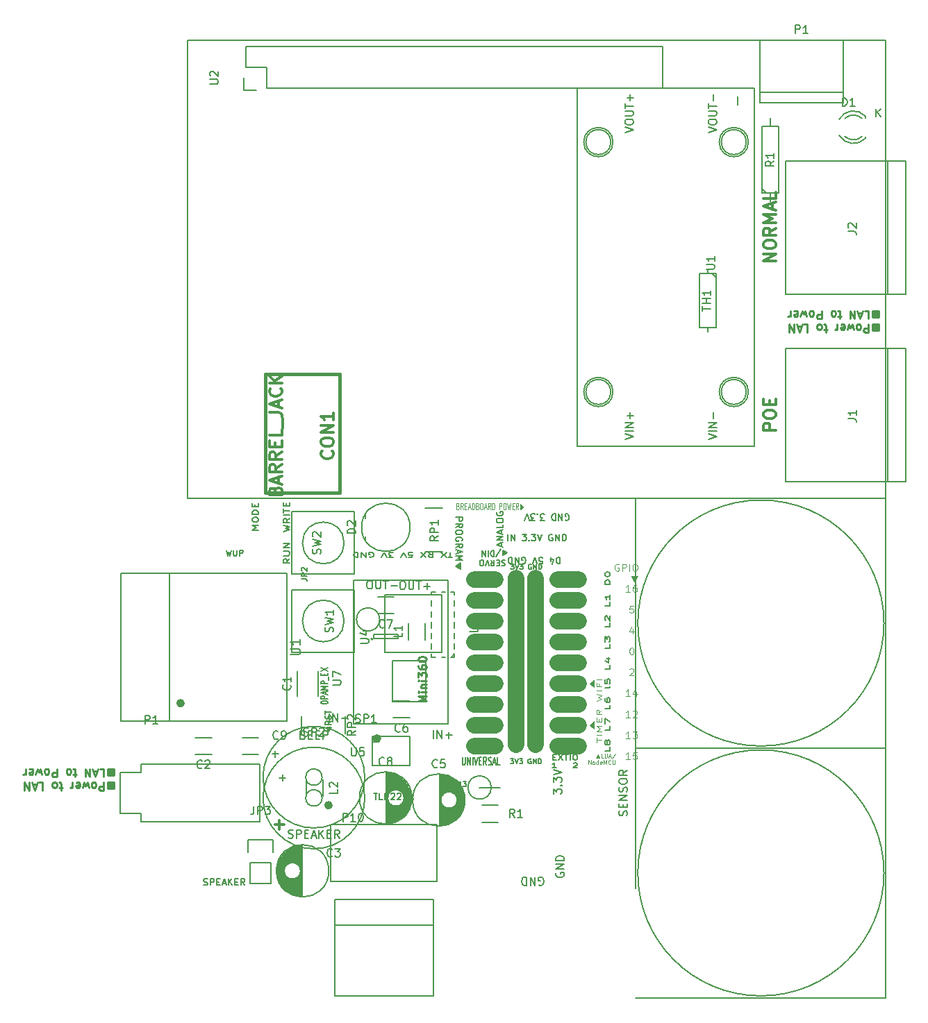
<source format=gbr>
G04 #@! TF.FileFunction,Legend,Top*
%FSLAX46Y46*%
G04 Gerber Fmt 4.6, Leading zero omitted, Abs format (unit mm)*
G04 Created by KiCad (PCBNEW 4.0.2+dfsg1-stable) date 2016年08月05日 19時43分15秒*
%MOMM*%
G01*
G04 APERTURE LIST*
%ADD10C,0.100000*%
%ADD11C,0.200000*%
%ADD12C,0.250000*%
%ADD13C,0.150000*%
%ADD14C,0.175000*%
%ADD15C,0.500000*%
%ADD16C,0.125000*%
%ADD17C,2.000000*%
%ADD18C,0.300000*%
%ADD19C,0.170000*%
%ADD20C,0.381000*%
%ADD21C,0.304800*%
G04 APERTURE END LIST*
D10*
D11*
X229743000Y-90170000D02*
X144653000Y-90170000D01*
X229743000Y-151130000D02*
X199263000Y-151130000D01*
X229743000Y-149860000D02*
X229743000Y-151130000D01*
X229743000Y-120650000D02*
X229743000Y-149860000D01*
X229743000Y-90170000D02*
X199263000Y-90170000D01*
X229743000Y-120650000D02*
X229743000Y-90170000D01*
X199263000Y-120650000D02*
X229743000Y-120650000D01*
X199263000Y-90170000D02*
X199263000Y-137795000D01*
D12*
X135579763Y-125594524D02*
X135579763Y-124832619D01*
X135532144Y-124832619D02*
X135532144Y-125594524D01*
X135484525Y-125594524D02*
X135484525Y-124832619D01*
X135436906Y-124832619D02*
X135436906Y-125594524D01*
X135389287Y-125594524D02*
X135389287Y-124832619D01*
X135341667Y-124832619D02*
X135341667Y-125594524D01*
X135294048Y-125594524D02*
X135294048Y-124832619D01*
X135246429Y-124832619D02*
X135246429Y-125594524D01*
X135198810Y-125594524D02*
X135198810Y-124832619D01*
X135151191Y-124832619D02*
X135151191Y-125594524D01*
X135103572Y-125594524D02*
X135103572Y-124832619D01*
X135055953Y-124832619D02*
X135055953Y-125594524D01*
X135008334Y-125594524D02*
X135008334Y-124832619D01*
X134960715Y-124832619D02*
X134960715Y-125594524D01*
X134913096Y-125594524D02*
X134913096Y-124832619D01*
X135627382Y-125594524D02*
X134865477Y-125594524D01*
X134865477Y-124832619D01*
X135627382Y-124832619D01*
X135627382Y-125594524D01*
X134389287Y-124832619D02*
X134389287Y-125832619D01*
X134008334Y-125832619D01*
X133913096Y-125785000D01*
X133865477Y-125737381D01*
X133817858Y-125642143D01*
X133817858Y-125499286D01*
X133865477Y-125404048D01*
X133913096Y-125356429D01*
X134008334Y-125308810D01*
X134389287Y-125308810D01*
X133246430Y-124832619D02*
X133341668Y-124880238D01*
X133389287Y-124927857D01*
X133436906Y-125023095D01*
X133436906Y-125308810D01*
X133389287Y-125404048D01*
X133341668Y-125451667D01*
X133246430Y-125499286D01*
X133103572Y-125499286D01*
X133008334Y-125451667D01*
X132960715Y-125404048D01*
X132913096Y-125308810D01*
X132913096Y-125023095D01*
X132960715Y-124927857D01*
X133008334Y-124880238D01*
X133103572Y-124832619D01*
X133246430Y-124832619D01*
X132579763Y-125499286D02*
X132389287Y-124832619D01*
X132198810Y-125308810D01*
X132008334Y-124832619D01*
X131817858Y-125499286D01*
X131055953Y-124880238D02*
X131151191Y-124832619D01*
X131341668Y-124832619D01*
X131436906Y-124880238D01*
X131484525Y-124975476D01*
X131484525Y-125356429D01*
X131436906Y-125451667D01*
X131341668Y-125499286D01*
X131151191Y-125499286D01*
X131055953Y-125451667D01*
X131008334Y-125356429D01*
X131008334Y-125261190D01*
X131484525Y-125165952D01*
X130579763Y-124832619D02*
X130579763Y-125499286D01*
X130579763Y-125308810D02*
X130532144Y-125404048D01*
X130484525Y-125451667D01*
X130389287Y-125499286D01*
X130294048Y-125499286D01*
X129341667Y-125499286D02*
X128960715Y-125499286D01*
X129198810Y-125832619D02*
X129198810Y-124975476D01*
X129151191Y-124880238D01*
X129055953Y-124832619D01*
X128960715Y-124832619D01*
X128484524Y-124832619D02*
X128579762Y-124880238D01*
X128627381Y-124927857D01*
X128675000Y-125023095D01*
X128675000Y-125308810D01*
X128627381Y-125404048D01*
X128579762Y-125451667D01*
X128484524Y-125499286D01*
X128341666Y-125499286D01*
X128246428Y-125451667D01*
X128198809Y-125404048D01*
X128151190Y-125308810D01*
X128151190Y-125023095D01*
X128198809Y-124927857D01*
X128246428Y-124880238D01*
X128341666Y-124832619D01*
X128484524Y-124832619D01*
X126484523Y-124832619D02*
X126960714Y-124832619D01*
X126960714Y-125832619D01*
X126198809Y-125118333D02*
X125722618Y-125118333D01*
X126294047Y-124832619D02*
X125960714Y-125832619D01*
X125627380Y-124832619D01*
X125294047Y-124832619D02*
X125294047Y-125832619D01*
X124722618Y-124832619D01*
X124722618Y-125832619D01*
X135579763Y-123944524D02*
X135579763Y-123182619D01*
X135532144Y-123182619D02*
X135532144Y-123944524D01*
X135484525Y-123944524D02*
X135484525Y-123182619D01*
X135436906Y-123182619D02*
X135436906Y-123944524D01*
X135389287Y-123944524D02*
X135389287Y-123182619D01*
X135341667Y-123182619D02*
X135341667Y-123944524D01*
X135294048Y-123944524D02*
X135294048Y-123182619D01*
X135246429Y-123182619D02*
X135246429Y-123944524D01*
X135198810Y-123944524D02*
X135198810Y-123182619D01*
X135151191Y-123182619D02*
X135151191Y-123944524D01*
X135103572Y-123944524D02*
X135103572Y-123182619D01*
X135055953Y-123182619D02*
X135055953Y-123944524D01*
X135008334Y-123944524D02*
X135008334Y-123182619D01*
X134960715Y-123182619D02*
X134960715Y-123944524D01*
X134913096Y-123944524D02*
X134913096Y-123182619D01*
X135627382Y-123944524D02*
X134865477Y-123944524D01*
X134865477Y-123182619D01*
X135627382Y-123182619D01*
X135627382Y-123944524D01*
X133913096Y-123182619D02*
X134389287Y-123182619D01*
X134389287Y-124182619D01*
X133627382Y-123468333D02*
X133151191Y-123468333D01*
X133722620Y-123182619D02*
X133389287Y-124182619D01*
X133055953Y-123182619D01*
X132722620Y-123182619D02*
X132722620Y-124182619D01*
X132151191Y-123182619D01*
X132151191Y-124182619D01*
X131055953Y-123849286D02*
X130675001Y-123849286D01*
X130913096Y-124182619D02*
X130913096Y-123325476D01*
X130865477Y-123230238D01*
X130770239Y-123182619D01*
X130675001Y-123182619D01*
X130198810Y-123182619D02*
X130294048Y-123230238D01*
X130341667Y-123277857D01*
X130389286Y-123373095D01*
X130389286Y-123658810D01*
X130341667Y-123754048D01*
X130294048Y-123801667D01*
X130198810Y-123849286D01*
X130055952Y-123849286D01*
X129960714Y-123801667D01*
X129913095Y-123754048D01*
X129865476Y-123658810D01*
X129865476Y-123373095D01*
X129913095Y-123277857D01*
X129960714Y-123230238D01*
X130055952Y-123182619D01*
X130198810Y-123182619D01*
X128675000Y-123182619D02*
X128675000Y-124182619D01*
X128294047Y-124182619D01*
X128198809Y-124135000D01*
X128151190Y-124087381D01*
X128103571Y-123992143D01*
X128103571Y-123849286D01*
X128151190Y-123754048D01*
X128198809Y-123706429D01*
X128294047Y-123658810D01*
X128675000Y-123658810D01*
X127532143Y-123182619D02*
X127627381Y-123230238D01*
X127675000Y-123277857D01*
X127722619Y-123373095D01*
X127722619Y-123658810D01*
X127675000Y-123754048D01*
X127627381Y-123801667D01*
X127532143Y-123849286D01*
X127389285Y-123849286D01*
X127294047Y-123801667D01*
X127246428Y-123754048D01*
X127198809Y-123658810D01*
X127198809Y-123373095D01*
X127246428Y-123277857D01*
X127294047Y-123230238D01*
X127389285Y-123182619D01*
X127532143Y-123182619D01*
X126865476Y-123849286D02*
X126675000Y-123182619D01*
X126484523Y-123658810D01*
X126294047Y-123182619D01*
X126103571Y-123849286D01*
X125341666Y-123230238D02*
X125436904Y-123182619D01*
X125627381Y-123182619D01*
X125722619Y-123230238D01*
X125770238Y-123325476D01*
X125770238Y-123706429D01*
X125722619Y-123801667D01*
X125627381Y-123849286D01*
X125436904Y-123849286D01*
X125341666Y-123801667D01*
X125294047Y-123706429D01*
X125294047Y-123611190D01*
X125770238Y-123515952D01*
X124865476Y-123182619D02*
X124865476Y-123849286D01*
X124865476Y-123658810D02*
X124817857Y-123754048D01*
X124770238Y-123801667D01*
X124675000Y-123849286D01*
X124579761Y-123849286D01*
D11*
X189568200Y-135889904D02*
X189520581Y-135985142D01*
X189520581Y-136127999D01*
X189568200Y-136270857D01*
X189663438Y-136366095D01*
X189758676Y-136413714D01*
X189949152Y-136461333D01*
X190092010Y-136461333D01*
X190282486Y-136413714D01*
X190377724Y-136366095D01*
X190472962Y-136270857D01*
X190520581Y-136127999D01*
X190520581Y-136032761D01*
X190472962Y-135889904D01*
X190425343Y-135842285D01*
X190092010Y-135842285D01*
X190092010Y-136032761D01*
X190520581Y-135413714D02*
X189520581Y-135413714D01*
X190520581Y-134842285D01*
X189520581Y-134842285D01*
X190520581Y-134366095D02*
X189520581Y-134366095D01*
X189520581Y-134128000D01*
X189568200Y-133985142D01*
X189663438Y-133889904D01*
X189758676Y-133842285D01*
X189949152Y-133794666D01*
X190092010Y-133794666D01*
X190282486Y-133842285D01*
X190377724Y-133889904D01*
X190472962Y-133985142D01*
X190520581Y-134128000D01*
X190520581Y-134366095D01*
D13*
X196105429Y-120535145D02*
X196105429Y-121020859D01*
X195505429Y-121020859D01*
X195762571Y-120049431D02*
X195734000Y-120146573D01*
X195705429Y-120195145D01*
X195648286Y-120243716D01*
X195619714Y-120243716D01*
X195562571Y-120195145D01*
X195534000Y-120146573D01*
X195505429Y-120049431D01*
X195505429Y-119855145D01*
X195534000Y-119758002D01*
X195562571Y-119709431D01*
X195619714Y-119660859D01*
X195648286Y-119660859D01*
X195705429Y-119709431D01*
X195734000Y-119758002D01*
X195762571Y-119855145D01*
X195762571Y-120049431D01*
X195791143Y-120146573D01*
X195819714Y-120195145D01*
X195876857Y-120243716D01*
X195991143Y-120243716D01*
X196048286Y-120195145D01*
X196076857Y-120146573D01*
X196105429Y-120049431D01*
X196105429Y-119855145D01*
X196076857Y-119758002D01*
X196048286Y-119709431D01*
X195991143Y-119660859D01*
X195876857Y-119660859D01*
X195819714Y-119709431D01*
X195791143Y-119758002D01*
X195762571Y-119855145D01*
X196105429Y-117960859D02*
X196105429Y-118446573D01*
X195505429Y-118446573D01*
X195505429Y-117718002D02*
X195505429Y-117038002D01*
X196105429Y-117475145D01*
X196105429Y-115386573D02*
X196105429Y-115872287D01*
X195505429Y-115872287D01*
X195505429Y-114609430D02*
X195505429Y-114803716D01*
X195534000Y-114900859D01*
X195562571Y-114949430D01*
X195648286Y-115046573D01*
X195762571Y-115095144D01*
X195991143Y-115095144D01*
X196048286Y-115046573D01*
X196076857Y-114998001D01*
X196105429Y-114900859D01*
X196105429Y-114706573D01*
X196076857Y-114609430D01*
X196048286Y-114560859D01*
X195991143Y-114512287D01*
X195848286Y-114512287D01*
X195791143Y-114560859D01*
X195762571Y-114609430D01*
X195734000Y-114706573D01*
X195734000Y-114900859D01*
X195762571Y-114998001D01*
X195791143Y-115046573D01*
X195848286Y-115095144D01*
X196105429Y-113152287D02*
X196076857Y-113249429D01*
X196019714Y-113298001D01*
X195505429Y-113298001D01*
X195505429Y-112278001D02*
X195505429Y-112763715D01*
X195791143Y-112812286D01*
X195762571Y-112763715D01*
X195734000Y-112666572D01*
X195734000Y-112423715D01*
X195762571Y-112326572D01*
X195791143Y-112278001D01*
X195848286Y-112229429D01*
X195991143Y-112229429D01*
X196048286Y-112278001D01*
X196076857Y-112326572D01*
X196105429Y-112423715D01*
X196105429Y-112666572D01*
X196076857Y-112763715D01*
X196048286Y-112812286D01*
X196105429Y-110529429D02*
X196105429Y-111015143D01*
X195505429Y-111015143D01*
X195705429Y-109752286D02*
X196105429Y-109752286D01*
X195476857Y-109995143D02*
X195905429Y-110238000D01*
X195905429Y-109606572D01*
X196105429Y-107955143D02*
X196105429Y-108440857D01*
X195505429Y-108440857D01*
X195505429Y-107712286D02*
X195505429Y-107080857D01*
X195734000Y-107420857D01*
X195734000Y-107275143D01*
X195762571Y-107178000D01*
X195791143Y-107129429D01*
X195848286Y-107080857D01*
X195991143Y-107080857D01*
X196048286Y-107129429D01*
X196076857Y-107178000D01*
X196105429Y-107275143D01*
X196105429Y-107566571D01*
X196076857Y-107663714D01*
X196048286Y-107712286D01*
X196105429Y-105380857D02*
X196105429Y-105866571D01*
X195505429Y-105866571D01*
X195562571Y-105089428D02*
X195534000Y-105040857D01*
X195505429Y-104943714D01*
X195505429Y-104700857D01*
X195534000Y-104603714D01*
X195562571Y-104555143D01*
X195619714Y-104506571D01*
X195676857Y-104506571D01*
X195762571Y-104555143D01*
X196105429Y-105138000D01*
X196105429Y-104506571D01*
X196105429Y-102806571D02*
X196105429Y-103292285D01*
X195505429Y-103292285D01*
X196105429Y-101932285D02*
X196105429Y-102515142D01*
X196105429Y-102223714D02*
X195505429Y-102223714D01*
X195591143Y-102320857D01*
X195648286Y-102417999D01*
X195676857Y-102515142D01*
X196105429Y-100717999D02*
X195505429Y-100717999D01*
X195505429Y-100475142D01*
X195534000Y-100329427D01*
X195591143Y-100232285D01*
X195648286Y-100183713D01*
X195762571Y-100135142D01*
X195848286Y-100135142D01*
X195962571Y-100183713D01*
X196019714Y-100232285D01*
X196076857Y-100329427D01*
X196105429Y-100475142D01*
X196105429Y-100717999D01*
X195505429Y-99503713D02*
X195505429Y-99406570D01*
X195534000Y-99309427D01*
X195562571Y-99260856D01*
X195619714Y-99212285D01*
X195734000Y-99163713D01*
X195876857Y-99163713D01*
X195991143Y-99212285D01*
X196048286Y-99260856D01*
X196076857Y-99309427D01*
X196105429Y-99406570D01*
X196105429Y-99503713D01*
X196076857Y-99600856D01*
X196048286Y-99649427D01*
X195991143Y-99697999D01*
X195876857Y-99746570D01*
X195734000Y-99746570D01*
X195619714Y-99697999D01*
X195562571Y-99649427D01*
X195534000Y-99600856D01*
X195505429Y-99503713D01*
D14*
X183321133Y-97753967D02*
X183221133Y-97720633D01*
X183054466Y-97720633D01*
X182987799Y-97753967D01*
X182954466Y-97787300D01*
X182921133Y-97853967D01*
X182921133Y-97920633D01*
X182954466Y-97987300D01*
X182987799Y-98020633D01*
X183054466Y-98053967D01*
X183187799Y-98087300D01*
X183254466Y-98120633D01*
X183287799Y-98153967D01*
X183321133Y-98220633D01*
X183321133Y-98287300D01*
X183287799Y-98353967D01*
X183254466Y-98387300D01*
X183187799Y-98420633D01*
X183021133Y-98420633D01*
X182921133Y-98387300D01*
X182621132Y-98087300D02*
X182387799Y-98087300D01*
X182287799Y-97720633D02*
X182621132Y-97720633D01*
X182621132Y-98420633D01*
X182287799Y-98420633D01*
X181587799Y-97720633D02*
X181821133Y-98053967D01*
X181987799Y-97720633D02*
X181987799Y-98420633D01*
X181721133Y-98420633D01*
X181654466Y-98387300D01*
X181621133Y-98353967D01*
X181587799Y-98287300D01*
X181587799Y-98187300D01*
X181621133Y-98120633D01*
X181654466Y-98087300D01*
X181721133Y-98053967D01*
X181987799Y-98053967D01*
X181387799Y-98420633D02*
X181154466Y-97720633D01*
X180921133Y-98420633D01*
X180554466Y-98420633D02*
X180421133Y-98420633D01*
X180354466Y-98387300D01*
X180287799Y-98320633D01*
X180254466Y-98187300D01*
X180254466Y-97953967D01*
X180287799Y-97820633D01*
X180354466Y-97753967D01*
X180421133Y-97720633D01*
X180554466Y-97720633D01*
X180621133Y-97753967D01*
X180687799Y-97820633D01*
X180721133Y-97953967D01*
X180721133Y-98187300D01*
X180687799Y-98320633D01*
X180621133Y-98387300D01*
X180554466Y-98420633D01*
X183071132Y-96565633D02*
X183071132Y-97098967D01*
X183104466Y-96598967D02*
X183104466Y-97065633D01*
X183137799Y-96598967D02*
X183137799Y-97065633D01*
X183171132Y-96632300D02*
X183171132Y-97032300D01*
X183204466Y-96632300D02*
X183204466Y-97032300D01*
X183237799Y-96665633D02*
X183237799Y-96998967D01*
X183271132Y-96665633D02*
X183271132Y-96998967D01*
X183304466Y-96698967D02*
X183304466Y-96965633D01*
X183337799Y-96732300D02*
X183337799Y-96932300D01*
X183371132Y-96732300D02*
X183371132Y-96932300D01*
X183404466Y-96765633D02*
X183404466Y-96898967D01*
X183437799Y-96765633D02*
X183437799Y-96898967D01*
X183471132Y-96832300D02*
X183504466Y-96832300D01*
X183471132Y-96798967D02*
X183471132Y-96865633D01*
X183037799Y-96565633D02*
X183537799Y-96832300D01*
X183037799Y-97098967D01*
X183571132Y-96832300D02*
X183037799Y-97132300D01*
X183037799Y-96532300D01*
X183571132Y-96832300D01*
X182204465Y-97298967D02*
X182804465Y-96398967D01*
X181971132Y-96565633D02*
X181971132Y-97265633D01*
X181804466Y-97265633D01*
X181704466Y-97232300D01*
X181637799Y-97165633D01*
X181604466Y-97098967D01*
X181571132Y-96965633D01*
X181571132Y-96865633D01*
X181604466Y-96732300D01*
X181637799Y-96665633D01*
X181704466Y-96598967D01*
X181804466Y-96565633D01*
X181971132Y-96565633D01*
X181271132Y-96565633D02*
X181271132Y-97265633D01*
X180937799Y-96565633D02*
X180937799Y-97265633D01*
X180537799Y-96565633D01*
X180537799Y-97265633D01*
X153224667Y-94084571D02*
X152524667Y-94084571D01*
X153024667Y-93784571D01*
X152524667Y-93484571D01*
X153224667Y-93484571D01*
X152524667Y-92884572D02*
X152524667Y-92713143D01*
X152558000Y-92627429D01*
X152624667Y-92541715D01*
X152758000Y-92498857D01*
X152991333Y-92498857D01*
X153124667Y-92541715D01*
X153191333Y-92627429D01*
X153224667Y-92713143D01*
X153224667Y-92884572D01*
X153191333Y-92970286D01*
X153124667Y-93056000D01*
X152991333Y-93098857D01*
X152758000Y-93098857D01*
X152624667Y-93056000D01*
X152558000Y-92970286D01*
X152524667Y-92884572D01*
X153224667Y-92113143D02*
X152524667Y-92113143D01*
X152524667Y-91898858D01*
X152558000Y-91770286D01*
X152624667Y-91684572D01*
X152691333Y-91641715D01*
X152824667Y-91598858D01*
X152924667Y-91598858D01*
X153058000Y-91641715D01*
X153124667Y-91684572D01*
X153191333Y-91770286D01*
X153224667Y-91898858D01*
X153224667Y-92113143D01*
X152858000Y-91213143D02*
X152858000Y-90913143D01*
X153224667Y-90784572D02*
X153224667Y-91213143D01*
X152524667Y-91213143D01*
X152524667Y-90784572D01*
D11*
X182860933Y-96024437D02*
X182860933Y-95643485D01*
X183089505Y-96100628D02*
X182289505Y-95833961D01*
X183089505Y-95567294D01*
X183089505Y-95300628D02*
X182289505Y-95300628D01*
X183089505Y-94843485D01*
X182289505Y-94843485D01*
X182860933Y-94500628D02*
X182860933Y-94119676D01*
X183089505Y-94576819D02*
X182289505Y-94310152D01*
X183089505Y-94043485D01*
X183089505Y-93395866D02*
X183089505Y-93776819D01*
X182289505Y-93776819D01*
X182289505Y-92976819D02*
X182289505Y-92824438D01*
X182327600Y-92748247D01*
X182403790Y-92672057D01*
X182556171Y-92633962D01*
X182822838Y-92633962D01*
X182975219Y-92672057D01*
X183051410Y-92748247D01*
X183089505Y-92824438D01*
X183089505Y-92976819D01*
X183051410Y-93053009D01*
X182975219Y-93129200D01*
X182822838Y-93167295D01*
X182556171Y-93167295D01*
X182403790Y-93129200D01*
X182327600Y-93053009D01*
X182289505Y-92976819D01*
X182327600Y-91872057D02*
X182289505Y-91948248D01*
X182289505Y-92062533D01*
X182327600Y-92176819D01*
X182403790Y-92253010D01*
X182479981Y-92291105D01*
X182632362Y-92329200D01*
X182746648Y-92329200D01*
X182899029Y-92291105D01*
X182975219Y-92253010D01*
X183051410Y-92176819D01*
X183089505Y-92062533D01*
X183089505Y-91986343D01*
X183051410Y-91872057D01*
X183013314Y-91833962D01*
X182746648Y-91833962D01*
X182746648Y-91986343D01*
D13*
X184027656Y-98223429D02*
X184399085Y-98223429D01*
X184199085Y-98452000D01*
X184284799Y-98452000D01*
X184341942Y-98480571D01*
X184370513Y-98509143D01*
X184399085Y-98566286D01*
X184399085Y-98709143D01*
X184370513Y-98766286D01*
X184341942Y-98794857D01*
X184284799Y-98823429D01*
X184113371Y-98823429D01*
X184056228Y-98794857D01*
X184027656Y-98766286D01*
X184570514Y-98223429D02*
X184770514Y-98823429D01*
X184970514Y-98223429D01*
X185113371Y-98223429D02*
X185484800Y-98223429D01*
X185284800Y-98452000D01*
X185370514Y-98452000D01*
X185427657Y-98480571D01*
X185456228Y-98509143D01*
X185484800Y-98566286D01*
X185484800Y-98709143D01*
X185456228Y-98766286D01*
X185427657Y-98794857D01*
X185370514Y-98823429D01*
X185199086Y-98823429D01*
X185141943Y-98794857D01*
X185113371Y-98766286D01*
X186513372Y-98252000D02*
X186456229Y-98223429D01*
X186370515Y-98223429D01*
X186284800Y-98252000D01*
X186227658Y-98309143D01*
X186199086Y-98366286D01*
X186170515Y-98480571D01*
X186170515Y-98566286D01*
X186199086Y-98680571D01*
X186227658Y-98737714D01*
X186284800Y-98794857D01*
X186370515Y-98823429D01*
X186427658Y-98823429D01*
X186513372Y-98794857D01*
X186541943Y-98766286D01*
X186541943Y-98566286D01*
X186427658Y-98566286D01*
X186799086Y-98823429D02*
X186799086Y-98223429D01*
X187141943Y-98823429D01*
X187141943Y-98223429D01*
X187427657Y-98823429D02*
X187427657Y-98223429D01*
X187570514Y-98223429D01*
X187656229Y-98252000D01*
X187713371Y-98309143D01*
X187741943Y-98366286D01*
X187770514Y-98480571D01*
X187770514Y-98566286D01*
X187741943Y-98680571D01*
X187713371Y-98737714D01*
X187656229Y-98794857D01*
X187570514Y-98823429D01*
X187427657Y-98823429D01*
D10*
X194444647Y-121823981D02*
X194444647Y-121847790D01*
X194468456Y-121776362D02*
X194468456Y-121847790D01*
X194492266Y-121728743D02*
X194492266Y-121847790D01*
X194516075Y-121681124D02*
X194516075Y-121847790D01*
X194539885Y-121657314D02*
X194539885Y-121847790D01*
X194563694Y-121609695D02*
X194563694Y-121847790D01*
X194587504Y-121562076D02*
X194587504Y-121847790D01*
X194611313Y-121514457D02*
X194611313Y-121847790D01*
X194635123Y-121466838D02*
X194635123Y-121847790D01*
X194658932Y-121514457D02*
X194658932Y-121847790D01*
X194682742Y-121562076D02*
X194682742Y-121847790D01*
X194706551Y-121609695D02*
X194706551Y-121847790D01*
X194730361Y-121657314D02*
X194730361Y-121847790D01*
X194754170Y-121681124D02*
X194754170Y-121847790D01*
X194777980Y-121728743D02*
X194777980Y-121847790D01*
X194801789Y-121776362D02*
X194801789Y-121847790D01*
X194825599Y-121847790D02*
X194635123Y-121490648D01*
X194444647Y-121847790D01*
X194825599Y-121823981D02*
X194825599Y-121847790D01*
X194635123Y-121466838D02*
X194849409Y-121847790D01*
X194420837Y-121847790D01*
X194635123Y-121466838D01*
X195301790Y-121847790D02*
X195063695Y-121847790D01*
X195063695Y-121347790D01*
X195468457Y-121347790D02*
X195468457Y-121752552D01*
X195492266Y-121800171D01*
X195516076Y-121823981D01*
X195563695Y-121847790D01*
X195658933Y-121847790D01*
X195706552Y-121823981D01*
X195730361Y-121800171D01*
X195754171Y-121752552D01*
X195754171Y-121347790D01*
X195968457Y-121704933D02*
X196206552Y-121704933D01*
X195920838Y-121847790D02*
X196087505Y-121347790D01*
X196254171Y-121847790D01*
X196777980Y-121323981D02*
X196349409Y-121966838D01*
X193492266Y-122647790D02*
X193492266Y-122147790D01*
X193777980Y-122647790D01*
X193777980Y-122147790D01*
X194087504Y-122647790D02*
X194039885Y-122623981D01*
X194016076Y-122600171D01*
X193992266Y-122552552D01*
X193992266Y-122409695D01*
X194016076Y-122362076D01*
X194039885Y-122338267D01*
X194087504Y-122314457D01*
X194158933Y-122314457D01*
X194206552Y-122338267D01*
X194230361Y-122362076D01*
X194254171Y-122409695D01*
X194254171Y-122552552D01*
X194230361Y-122600171D01*
X194206552Y-122623981D01*
X194158933Y-122647790D01*
X194087504Y-122647790D01*
X194682742Y-122647790D02*
X194682742Y-122147790D01*
X194682742Y-122623981D02*
X194635123Y-122647790D01*
X194539885Y-122647790D01*
X194492266Y-122623981D01*
X194468457Y-122600171D01*
X194444647Y-122552552D01*
X194444647Y-122409695D01*
X194468457Y-122362076D01*
X194492266Y-122338267D01*
X194539885Y-122314457D01*
X194635123Y-122314457D01*
X194682742Y-122338267D01*
X195111314Y-122623981D02*
X195063695Y-122647790D01*
X194968457Y-122647790D01*
X194920838Y-122623981D01*
X194897028Y-122576362D01*
X194897028Y-122385886D01*
X194920838Y-122338267D01*
X194968457Y-122314457D01*
X195063695Y-122314457D01*
X195111314Y-122338267D01*
X195135123Y-122385886D01*
X195135123Y-122433505D01*
X194897028Y-122481124D01*
X195349409Y-122647790D02*
X195349409Y-122147790D01*
X195516075Y-122504933D01*
X195682742Y-122147790D01*
X195682742Y-122647790D01*
X196206552Y-122600171D02*
X196182742Y-122623981D01*
X196111314Y-122647790D01*
X196063695Y-122647790D01*
X195992266Y-122623981D01*
X195944647Y-122576362D01*
X195920838Y-122528743D01*
X195897028Y-122433505D01*
X195897028Y-122362076D01*
X195920838Y-122266838D01*
X195944647Y-122219219D01*
X195992266Y-122171600D01*
X196063695Y-122147790D01*
X196111314Y-122147790D01*
X196182742Y-122171600D01*
X196206552Y-122195410D01*
X196420838Y-122147790D02*
X196420838Y-122552552D01*
X196444647Y-122600171D01*
X196468457Y-122623981D01*
X196516076Y-122647790D01*
X196611314Y-122647790D01*
X196658933Y-122623981D01*
X196682742Y-122600171D01*
X196706552Y-122552552D01*
X196706552Y-122147790D01*
X197168286Y-98244000D02*
X197082572Y-98204000D01*
X196954001Y-98204000D01*
X196825429Y-98244000D01*
X196739715Y-98324000D01*
X196696858Y-98404000D01*
X196654001Y-98564000D01*
X196654001Y-98684000D01*
X196696858Y-98844000D01*
X196739715Y-98924000D01*
X196825429Y-99004000D01*
X196954001Y-99044000D01*
X197039715Y-99044000D01*
X197168286Y-99004000D01*
X197211143Y-98964000D01*
X197211143Y-98684000D01*
X197039715Y-98684000D01*
X197596858Y-99044000D02*
X197596858Y-98204000D01*
X197939715Y-98204000D01*
X198025429Y-98244000D01*
X198068286Y-98284000D01*
X198111143Y-98364000D01*
X198111143Y-98484000D01*
X198068286Y-98564000D01*
X198025429Y-98604000D01*
X197939715Y-98644000D01*
X197596858Y-98644000D01*
X198496858Y-99044000D02*
X198496858Y-98204000D01*
X199096857Y-98204000D02*
X199268286Y-98204000D01*
X199354000Y-98244000D01*
X199439714Y-98324000D01*
X199482572Y-98484000D01*
X199482572Y-98764000D01*
X199439714Y-98924000D01*
X199354000Y-99004000D01*
X199268286Y-99044000D01*
X199096857Y-99044000D01*
X199011143Y-99004000D01*
X198925429Y-98924000D01*
X198882572Y-98764000D01*
X198882572Y-98484000D01*
X198925429Y-98324000D01*
X199011143Y-98244000D01*
X199096857Y-98204000D01*
X199439714Y-99720000D02*
X199439714Y-99680000D01*
X199396857Y-99800000D02*
X199396857Y-99680000D01*
X199354000Y-99880000D02*
X199354000Y-99680000D01*
X199311143Y-99960000D02*
X199311143Y-99680000D01*
X199268285Y-100000000D02*
X199268285Y-99680000D01*
X199225428Y-100080000D02*
X199225428Y-99680000D01*
X199182571Y-100160000D02*
X199182571Y-99680000D01*
X199139714Y-100240000D02*
X199139714Y-99680000D01*
X199096857Y-100320000D02*
X199096857Y-99680000D01*
X199054000Y-100240000D02*
X199054000Y-99680000D01*
X199011143Y-100160000D02*
X199011143Y-99680000D01*
X198968285Y-100080000D02*
X198968285Y-99680000D01*
X198925428Y-100000000D02*
X198925428Y-99680000D01*
X198882571Y-99960000D02*
X198882571Y-99680000D01*
X198839714Y-99880000D02*
X198839714Y-99680000D01*
X198796857Y-99800000D02*
X198796857Y-99680000D01*
X198754000Y-99680000D02*
X199096857Y-100280000D01*
X199439714Y-99680000D01*
X198754000Y-99720000D02*
X198754000Y-99680000D01*
X199096857Y-100320000D02*
X198711143Y-99680000D01*
X199482571Y-99680000D01*
X199096857Y-100320000D01*
X198582571Y-101596000D02*
X198068286Y-101596000D01*
X198325428Y-101596000D02*
X198325428Y-100756000D01*
X198239714Y-100876000D01*
X198154000Y-100956000D01*
X198068286Y-100996000D01*
X199354000Y-100756000D02*
X199182571Y-100756000D01*
X199096857Y-100796000D01*
X199054000Y-100836000D01*
X198968286Y-100956000D01*
X198925429Y-101116000D01*
X198925429Y-101436000D01*
X198968286Y-101516000D01*
X199011143Y-101556000D01*
X199096857Y-101596000D01*
X199268286Y-101596000D01*
X199354000Y-101556000D01*
X199396857Y-101516000D01*
X199439714Y-101436000D01*
X199439714Y-101236000D01*
X199396857Y-101156000D01*
X199354000Y-101116000D01*
X199268286Y-101076000D01*
X199096857Y-101076000D01*
X199011143Y-101116000D01*
X198968286Y-101156000D01*
X198925429Y-101236000D01*
X198968286Y-103308000D02*
X198539715Y-103308000D01*
X198496858Y-103708000D01*
X198539715Y-103668000D01*
X198625429Y-103628000D01*
X198839715Y-103628000D01*
X198925429Y-103668000D01*
X198968286Y-103708000D01*
X199011143Y-103788000D01*
X199011143Y-103988000D01*
X198968286Y-104068000D01*
X198925429Y-104108000D01*
X198839715Y-104148000D01*
X198625429Y-104148000D01*
X198539715Y-104108000D01*
X198496858Y-104068000D01*
X198925429Y-106140000D02*
X198925429Y-106700000D01*
X198711143Y-105820000D02*
X198496858Y-106420000D01*
X199054000Y-106420000D01*
X198711143Y-108412000D02*
X198796858Y-108412000D01*
X198882572Y-108452000D01*
X198925429Y-108492000D01*
X198968286Y-108572000D01*
X199011143Y-108732000D01*
X199011143Y-108932000D01*
X198968286Y-109092000D01*
X198925429Y-109172000D01*
X198882572Y-109212000D01*
X198796858Y-109252000D01*
X198711143Y-109252000D01*
X198625429Y-109212000D01*
X198582572Y-109172000D01*
X198539715Y-109092000D01*
X198496858Y-108932000D01*
X198496858Y-108732000D01*
X198539715Y-108572000D01*
X198582572Y-108492000D01*
X198625429Y-108452000D01*
X198711143Y-108412000D01*
X198496858Y-111044000D02*
X198539715Y-111004000D01*
X198625429Y-110964000D01*
X198839715Y-110964000D01*
X198925429Y-111004000D01*
X198968286Y-111044000D01*
X199011143Y-111124000D01*
X199011143Y-111204000D01*
X198968286Y-111324000D01*
X198454000Y-111804000D01*
X199011143Y-111804000D01*
X198582571Y-114356000D02*
X198068286Y-114356000D01*
X198325428Y-114356000D02*
X198325428Y-113516000D01*
X198239714Y-113636000D01*
X198154000Y-113716000D01*
X198068286Y-113756000D01*
X199354000Y-113796000D02*
X199354000Y-114356000D01*
X199139714Y-113476000D02*
X198925429Y-114076000D01*
X199482571Y-114076000D01*
X198582571Y-116908000D02*
X198068286Y-116908000D01*
X198325428Y-116908000D02*
X198325428Y-116068000D01*
X198239714Y-116188000D01*
X198154000Y-116268000D01*
X198068286Y-116308000D01*
X198925429Y-116148000D02*
X198968286Y-116108000D01*
X199054000Y-116068000D01*
X199268286Y-116068000D01*
X199354000Y-116108000D01*
X199396857Y-116148000D01*
X199439714Y-116228000D01*
X199439714Y-116308000D01*
X199396857Y-116428000D01*
X198882571Y-116908000D01*
X199439714Y-116908000D01*
X198582571Y-119460000D02*
X198068286Y-119460000D01*
X198325428Y-119460000D02*
X198325428Y-118620000D01*
X198239714Y-118740000D01*
X198154000Y-118820000D01*
X198068286Y-118860000D01*
X198882571Y-118620000D02*
X199439714Y-118620000D01*
X199139714Y-118940000D01*
X199268286Y-118940000D01*
X199354000Y-118980000D01*
X199396857Y-119020000D01*
X199439714Y-119100000D01*
X199439714Y-119300000D01*
X199396857Y-119380000D01*
X199354000Y-119420000D01*
X199268286Y-119460000D01*
X199011143Y-119460000D01*
X198925429Y-119420000D01*
X198882571Y-119380000D01*
X198582571Y-122012000D02*
X198068286Y-122012000D01*
X198325428Y-122012000D02*
X198325428Y-121172000D01*
X198239714Y-121292000D01*
X198154000Y-121372000D01*
X198068286Y-121412000D01*
X199396857Y-121172000D02*
X198968286Y-121172000D01*
X198925429Y-121572000D01*
X198968286Y-121532000D01*
X199054000Y-121492000D01*
X199268286Y-121492000D01*
X199354000Y-121532000D01*
X199396857Y-121572000D01*
X199439714Y-121652000D01*
X199439714Y-121852000D01*
X199396857Y-121932000D01*
X199354000Y-121972000D01*
X199268286Y-122012000D01*
X199054000Y-122012000D01*
X198968286Y-121972000D01*
X198925429Y-121932000D01*
D15*
X167972000Y-119507000D02*
G75*
G03X167972000Y-119507000I-268000J0D01*
G01*
D10*
X194083857Y-118220857D02*
X194112429Y-118220857D01*
X194026714Y-118173238D02*
X194112429Y-118173238D01*
X193969571Y-118125619D02*
X194112429Y-118125619D01*
X193912429Y-118078000D02*
X194112429Y-118078000D01*
X193883857Y-118030381D02*
X194112429Y-118030381D01*
X193826714Y-117982762D02*
X194112429Y-117982762D01*
X193769571Y-117935142D02*
X194112429Y-117935142D01*
X193712429Y-117887523D02*
X194112429Y-117887523D01*
X193655286Y-117839904D02*
X194112429Y-117839904D01*
X193712429Y-117792285D02*
X194112429Y-117792285D01*
X193769571Y-117744666D02*
X194112429Y-117744666D01*
X193826714Y-117697047D02*
X194112429Y-117697047D01*
X193883857Y-117649428D02*
X194112429Y-117649428D01*
X193912429Y-117601809D02*
X194112429Y-117601809D01*
X193969571Y-117554190D02*
X194112429Y-117554190D01*
X194026714Y-117506571D02*
X194112429Y-117506571D01*
X194112429Y-117458952D02*
X193683857Y-117839904D01*
X194112429Y-118220857D01*
X194083857Y-117458952D02*
X194112429Y-117458952D01*
X193655286Y-117839904D02*
X194112429Y-117411333D01*
X194112429Y-118268476D01*
X193655286Y-117839904D01*
X194083857Y-113173237D02*
X194112429Y-113173237D01*
X194026714Y-113125618D02*
X194112429Y-113125618D01*
X193969571Y-113077999D02*
X194112429Y-113077999D01*
X193912429Y-113030380D02*
X194112429Y-113030380D01*
X193883857Y-112982761D02*
X194112429Y-112982761D01*
X193826714Y-112935142D02*
X194112429Y-112935142D01*
X193769571Y-112887522D02*
X194112429Y-112887522D01*
X193712429Y-112839903D02*
X194112429Y-112839903D01*
X193655286Y-112792284D02*
X194112429Y-112792284D01*
X193712429Y-112744665D02*
X194112429Y-112744665D01*
X193769571Y-112697046D02*
X194112429Y-112697046D01*
X193826714Y-112649427D02*
X194112429Y-112649427D01*
X193883857Y-112601808D02*
X194112429Y-112601808D01*
X193912429Y-112554189D02*
X194112429Y-112554189D01*
X193969571Y-112506570D02*
X194112429Y-112506570D01*
X194026714Y-112458951D02*
X194112429Y-112458951D01*
X194112429Y-112411332D02*
X193683857Y-112792284D01*
X194112429Y-113173237D01*
X194083857Y-112411332D02*
X194112429Y-112411332D01*
X193655286Y-112792284D02*
X194112429Y-112363713D01*
X194112429Y-113220856D01*
X193655286Y-112792284D01*
X194452429Y-119982761D02*
X194452429Y-119411332D01*
X195052429Y-119697047D02*
X194452429Y-119697047D01*
X195052429Y-119077999D02*
X194452429Y-119077999D01*
X195052429Y-118601809D02*
X194452429Y-118601809D01*
X194881000Y-118268475D01*
X194452429Y-117935142D01*
X195052429Y-117935142D01*
X194738143Y-117458952D02*
X194738143Y-117125618D01*
X195052429Y-116982761D02*
X195052429Y-117458952D01*
X194452429Y-117458952D01*
X194452429Y-116982761D01*
X195052429Y-115982761D02*
X194766714Y-116316095D01*
X195052429Y-116554190D02*
X194452429Y-116554190D01*
X194452429Y-116173237D01*
X194481000Y-116077999D01*
X194509571Y-116030380D01*
X194566714Y-115982761D01*
X194652429Y-115982761D01*
X194709571Y-116030380D01*
X194738143Y-116077999D01*
X194766714Y-116173237D01*
X194766714Y-116554190D01*
X194452429Y-114887523D02*
X195052429Y-114649428D01*
X194623857Y-114458951D01*
X195052429Y-114268475D01*
X194452429Y-114030380D01*
X195052429Y-113649428D02*
X194452429Y-113649428D01*
X194738143Y-112839904D02*
X194738143Y-113173238D01*
X195052429Y-113173238D02*
X194452429Y-113173238D01*
X194452429Y-112697047D01*
X195052429Y-112316095D02*
X194452429Y-112316095D01*
D16*
X177578238Y-91128857D02*
X177649667Y-91166952D01*
X177673476Y-91205048D01*
X177697286Y-91281238D01*
X177697286Y-91395524D01*
X177673476Y-91471714D01*
X177649667Y-91509810D01*
X177602048Y-91547905D01*
X177411572Y-91547905D01*
X177411572Y-90747905D01*
X177578238Y-90747905D01*
X177625857Y-90786000D01*
X177649667Y-90824095D01*
X177673476Y-90900286D01*
X177673476Y-90976476D01*
X177649667Y-91052667D01*
X177625857Y-91090762D01*
X177578238Y-91128857D01*
X177411572Y-91128857D01*
X178197286Y-91547905D02*
X178030619Y-91166952D01*
X177911572Y-91547905D02*
X177911572Y-90747905D01*
X178102048Y-90747905D01*
X178149667Y-90786000D01*
X178173476Y-90824095D01*
X178197286Y-90900286D01*
X178197286Y-91014571D01*
X178173476Y-91090762D01*
X178149667Y-91128857D01*
X178102048Y-91166952D01*
X177911572Y-91166952D01*
X178411572Y-91128857D02*
X178578238Y-91128857D01*
X178649667Y-91547905D02*
X178411572Y-91547905D01*
X178411572Y-90747905D01*
X178649667Y-90747905D01*
X178840143Y-91319333D02*
X179078238Y-91319333D01*
X178792524Y-91547905D02*
X178959191Y-90747905D01*
X179125857Y-91547905D01*
X179292524Y-91547905D02*
X179292524Y-90747905D01*
X179411571Y-90747905D01*
X179483000Y-90786000D01*
X179530619Y-90862190D01*
X179554428Y-90938381D01*
X179578238Y-91090762D01*
X179578238Y-91205048D01*
X179554428Y-91357429D01*
X179530619Y-91433619D01*
X179483000Y-91509810D01*
X179411571Y-91547905D01*
X179292524Y-91547905D01*
X179959190Y-91128857D02*
X180030619Y-91166952D01*
X180054428Y-91205048D01*
X180078238Y-91281238D01*
X180078238Y-91395524D01*
X180054428Y-91471714D01*
X180030619Y-91509810D01*
X179983000Y-91547905D01*
X179792524Y-91547905D01*
X179792524Y-90747905D01*
X179959190Y-90747905D01*
X180006809Y-90786000D01*
X180030619Y-90824095D01*
X180054428Y-90900286D01*
X180054428Y-90976476D01*
X180030619Y-91052667D01*
X180006809Y-91090762D01*
X179959190Y-91128857D01*
X179792524Y-91128857D01*
X180387762Y-90747905D02*
X180483000Y-90747905D01*
X180530619Y-90786000D01*
X180578238Y-90862190D01*
X180602047Y-91014571D01*
X180602047Y-91281238D01*
X180578238Y-91433619D01*
X180530619Y-91509810D01*
X180483000Y-91547905D01*
X180387762Y-91547905D01*
X180340143Y-91509810D01*
X180292524Y-91433619D01*
X180268714Y-91281238D01*
X180268714Y-91014571D01*
X180292524Y-90862190D01*
X180340143Y-90786000D01*
X180387762Y-90747905D01*
X180792524Y-91319333D02*
X181030619Y-91319333D01*
X180744905Y-91547905D02*
X180911572Y-90747905D01*
X181078238Y-91547905D01*
X181530619Y-91547905D02*
X181363952Y-91166952D01*
X181244905Y-91547905D02*
X181244905Y-90747905D01*
X181435381Y-90747905D01*
X181483000Y-90786000D01*
X181506809Y-90824095D01*
X181530619Y-90900286D01*
X181530619Y-91014571D01*
X181506809Y-91090762D01*
X181483000Y-91128857D01*
X181435381Y-91166952D01*
X181244905Y-91166952D01*
X181744905Y-91547905D02*
X181744905Y-90747905D01*
X181863952Y-90747905D01*
X181935381Y-90786000D01*
X181983000Y-90862190D01*
X182006809Y-90938381D01*
X182030619Y-91090762D01*
X182030619Y-91205048D01*
X182006809Y-91357429D01*
X181983000Y-91433619D01*
X181935381Y-91509810D01*
X181863952Y-91547905D01*
X181744905Y-91547905D01*
X182625857Y-91547905D02*
X182625857Y-90747905D01*
X182816333Y-90747905D01*
X182863952Y-90786000D01*
X182887761Y-90824095D01*
X182911571Y-90900286D01*
X182911571Y-91014571D01*
X182887761Y-91090762D01*
X182863952Y-91128857D01*
X182816333Y-91166952D01*
X182625857Y-91166952D01*
X183221095Y-90747905D02*
X183316333Y-90747905D01*
X183363952Y-90786000D01*
X183411571Y-90862190D01*
X183435380Y-91014571D01*
X183435380Y-91281238D01*
X183411571Y-91433619D01*
X183363952Y-91509810D01*
X183316333Y-91547905D01*
X183221095Y-91547905D01*
X183173476Y-91509810D01*
X183125857Y-91433619D01*
X183102047Y-91281238D01*
X183102047Y-91014571D01*
X183125857Y-90862190D01*
X183173476Y-90786000D01*
X183221095Y-90747905D01*
X183602048Y-90747905D02*
X183721095Y-91547905D01*
X183816333Y-90976476D01*
X183911571Y-91547905D01*
X184030619Y-90747905D01*
X184221096Y-91128857D02*
X184387762Y-91128857D01*
X184459191Y-91547905D02*
X184221096Y-91547905D01*
X184221096Y-90747905D01*
X184459191Y-90747905D01*
X184959191Y-91547905D02*
X184792524Y-91166952D01*
X184673477Y-91547905D02*
X184673477Y-90747905D01*
X184863953Y-90747905D01*
X184911572Y-90786000D01*
X184935381Y-90824095D01*
X184959191Y-90900286D01*
X184959191Y-91014571D01*
X184935381Y-91090762D01*
X184911572Y-91128857D01*
X184863953Y-91166952D01*
X184673477Y-91166952D01*
X185197286Y-90938381D02*
X185197286Y-91547905D01*
X185221096Y-90976476D02*
X185221096Y-91509810D01*
X185244905Y-90976476D02*
X185244905Y-91509810D01*
X185268715Y-91014571D02*
X185268715Y-91471714D01*
X185292524Y-91014571D02*
X185292524Y-91471714D01*
X185316334Y-91052667D02*
X185316334Y-91433619D01*
X185340143Y-91052667D02*
X185340143Y-91433619D01*
X185363953Y-91090762D02*
X185363953Y-91395524D01*
X185387762Y-91128857D02*
X185387762Y-91357429D01*
X185411572Y-91128857D02*
X185411572Y-91357429D01*
X185435381Y-91166952D02*
X185435381Y-91319333D01*
X185459191Y-91166952D02*
X185459191Y-91319333D01*
X185483000Y-91243143D02*
X185506810Y-91243143D01*
X185483000Y-91205048D02*
X185483000Y-91281238D01*
X185173477Y-90938381D02*
X185530619Y-91243143D01*
X185173477Y-91547905D01*
X185554429Y-91243143D02*
X185173477Y-91586000D01*
X185173477Y-90900286D01*
X185554429Y-91243143D01*
D11*
X183655143Y-95357905D02*
X183655143Y-94557905D01*
X184036095Y-95357905D02*
X184036095Y-94557905D01*
X184493238Y-95357905D01*
X184493238Y-94557905D01*
X185407524Y-94557905D02*
X185902762Y-94557905D01*
X185636095Y-94862667D01*
X185750381Y-94862667D01*
X185826571Y-94900762D01*
X185864667Y-94938857D01*
X185902762Y-95015048D01*
X185902762Y-95205524D01*
X185864667Y-95281714D01*
X185826571Y-95319810D01*
X185750381Y-95357905D01*
X185521809Y-95357905D01*
X185445619Y-95319810D01*
X185407524Y-95281714D01*
X186245619Y-95281714D02*
X186283714Y-95319810D01*
X186245619Y-95357905D01*
X186207524Y-95319810D01*
X186245619Y-95281714D01*
X186245619Y-95357905D01*
X186550381Y-94557905D02*
X187045619Y-94557905D01*
X186778952Y-94862667D01*
X186893238Y-94862667D01*
X186969428Y-94900762D01*
X187007524Y-94938857D01*
X187045619Y-95015048D01*
X187045619Y-95205524D01*
X187007524Y-95281714D01*
X186969428Y-95319810D01*
X186893238Y-95357905D01*
X186664666Y-95357905D01*
X186588476Y-95319810D01*
X186550381Y-95281714D01*
X187274190Y-94557905D02*
X187540857Y-95357905D01*
X187807524Y-94557905D01*
X189102762Y-94596000D02*
X189026571Y-94557905D01*
X188912286Y-94557905D01*
X188798000Y-94596000D01*
X188721809Y-94672190D01*
X188683714Y-94748381D01*
X188645619Y-94900762D01*
X188645619Y-95015048D01*
X188683714Y-95167429D01*
X188721809Y-95243619D01*
X188798000Y-95319810D01*
X188912286Y-95357905D01*
X188988476Y-95357905D01*
X189102762Y-95319810D01*
X189140857Y-95281714D01*
X189140857Y-95015048D01*
X188988476Y-95015048D01*
X189483714Y-95357905D02*
X189483714Y-94557905D01*
X189940857Y-95357905D01*
X189940857Y-94557905D01*
X190321809Y-95357905D02*
X190321809Y-94557905D01*
X190512285Y-94557905D01*
X190626571Y-94596000D01*
X190702762Y-94672190D01*
X190740857Y-94748381D01*
X190778952Y-94900762D01*
X190778952Y-95015048D01*
X190740857Y-95167429D01*
X190702762Y-95243619D01*
X190626571Y-95319810D01*
X190512285Y-95357905D01*
X190321809Y-95357905D01*
X190677523Y-92856000D02*
X190753714Y-92894095D01*
X190867999Y-92894095D01*
X190982285Y-92856000D01*
X191058476Y-92779810D01*
X191096571Y-92703619D01*
X191134666Y-92551238D01*
X191134666Y-92436952D01*
X191096571Y-92284571D01*
X191058476Y-92208381D01*
X190982285Y-92132190D01*
X190867999Y-92094095D01*
X190791809Y-92094095D01*
X190677523Y-92132190D01*
X190639428Y-92170286D01*
X190639428Y-92436952D01*
X190791809Y-92436952D01*
X190296571Y-92094095D02*
X190296571Y-92894095D01*
X189839428Y-92094095D01*
X189839428Y-92894095D01*
X189458476Y-92094095D02*
X189458476Y-92894095D01*
X189268000Y-92894095D01*
X189153714Y-92856000D01*
X189077523Y-92779810D01*
X189039428Y-92703619D01*
X189001333Y-92551238D01*
X189001333Y-92436952D01*
X189039428Y-92284571D01*
X189077523Y-92208381D01*
X189153714Y-92132190D01*
X189268000Y-92094095D01*
X189458476Y-92094095D01*
X188125142Y-92894095D02*
X187629904Y-92894095D01*
X187896571Y-92589333D01*
X187782285Y-92589333D01*
X187706095Y-92551238D01*
X187667999Y-92513143D01*
X187629904Y-92436952D01*
X187629904Y-92246476D01*
X187667999Y-92170286D01*
X187706095Y-92132190D01*
X187782285Y-92094095D01*
X188010857Y-92094095D01*
X188087047Y-92132190D01*
X188125142Y-92170286D01*
X187287047Y-92170286D02*
X187248952Y-92132190D01*
X187287047Y-92094095D01*
X187325142Y-92132190D01*
X187287047Y-92170286D01*
X187287047Y-92094095D01*
X186982285Y-92894095D02*
X186487047Y-92894095D01*
X186753714Y-92589333D01*
X186639428Y-92589333D01*
X186563238Y-92551238D01*
X186525142Y-92513143D01*
X186487047Y-92436952D01*
X186487047Y-92246476D01*
X186525142Y-92170286D01*
X186563238Y-92132190D01*
X186639428Y-92094095D01*
X186868000Y-92094095D01*
X186944190Y-92132190D01*
X186982285Y-92170286D01*
X186258476Y-92894095D02*
X185991809Y-92094095D01*
X185725142Y-92894095D01*
X146602762Y-137356810D02*
X146717048Y-137394905D01*
X146907524Y-137394905D01*
X146983714Y-137356810D01*
X147021810Y-137318714D01*
X147059905Y-137242524D01*
X147059905Y-137166333D01*
X147021810Y-137090143D01*
X146983714Y-137052048D01*
X146907524Y-137013952D01*
X146755143Y-136975857D01*
X146678952Y-136937762D01*
X146640857Y-136899667D01*
X146602762Y-136823476D01*
X146602762Y-136747286D01*
X146640857Y-136671095D01*
X146678952Y-136633000D01*
X146755143Y-136594905D01*
X146945619Y-136594905D01*
X147059905Y-136633000D01*
X147402762Y-137394905D02*
X147402762Y-136594905D01*
X147707524Y-136594905D01*
X147783715Y-136633000D01*
X147821810Y-136671095D01*
X147859905Y-136747286D01*
X147859905Y-136861571D01*
X147821810Y-136937762D01*
X147783715Y-136975857D01*
X147707524Y-137013952D01*
X147402762Y-137013952D01*
X148202762Y-136975857D02*
X148469429Y-136975857D01*
X148583715Y-137394905D02*
X148202762Y-137394905D01*
X148202762Y-136594905D01*
X148583715Y-136594905D01*
X148888477Y-137166333D02*
X149269429Y-137166333D01*
X148812286Y-137394905D02*
X149078953Y-136594905D01*
X149345620Y-137394905D01*
X149612286Y-137394905D02*
X149612286Y-136594905D01*
X150069429Y-137394905D02*
X149726572Y-136937762D01*
X150069429Y-136594905D02*
X149612286Y-137052048D01*
X150412286Y-136975857D02*
X150678953Y-136975857D01*
X150793239Y-137394905D02*
X150412286Y-137394905D01*
X150412286Y-136594905D01*
X150793239Y-136594905D01*
X151593239Y-137394905D02*
X151326572Y-137013952D01*
X151136096Y-137394905D02*
X151136096Y-136594905D01*
X151440858Y-136594905D01*
X151517049Y-136633000D01*
X151555144Y-136671095D01*
X151593239Y-136747286D01*
X151593239Y-136861571D01*
X151555144Y-136937762D01*
X151517049Y-136975857D01*
X151440858Y-137013952D01*
X151136096Y-137013952D01*
X189215781Y-126266390D02*
X189215781Y-125647342D01*
X189596733Y-125980676D01*
X189596733Y-125837818D01*
X189644352Y-125742580D01*
X189691971Y-125694961D01*
X189787210Y-125647342D01*
X190025305Y-125647342D01*
X190120543Y-125694961D01*
X190168162Y-125742580D01*
X190215781Y-125837818D01*
X190215781Y-126123533D01*
X190168162Y-126218771D01*
X190120543Y-126266390D01*
X190120543Y-125218771D02*
X190168162Y-125171152D01*
X190215781Y-125218771D01*
X190168162Y-125266390D01*
X190120543Y-125218771D01*
X190215781Y-125218771D01*
X189215781Y-124837819D02*
X189215781Y-124218771D01*
X189596733Y-124552105D01*
X189596733Y-124409247D01*
X189644352Y-124314009D01*
X189691971Y-124266390D01*
X189787210Y-124218771D01*
X190025305Y-124218771D01*
X190120543Y-124266390D01*
X190168162Y-124314009D01*
X190215781Y-124409247D01*
X190215781Y-124694962D01*
X190168162Y-124790200D01*
X190120543Y-124837819D01*
X189215781Y-123933057D02*
X190215781Y-123599724D01*
X189215781Y-123266390D01*
D17*
X189739000Y-100076000D02*
X192279000Y-100076000D01*
X189739000Y-102616000D02*
X192279000Y-102616000D01*
X179579000Y-117856000D02*
X182119000Y-117856000D01*
X179579000Y-120396000D02*
X182119000Y-120396000D01*
D15*
X162066000Y-127635000D02*
G75*
G03X162066000Y-127635000I-268000J0D01*
G01*
X144032000Y-115189000D02*
G75*
G03X144032000Y-115189000I-268000J0D01*
G01*
D11*
X167297904Y-126180905D02*
X167755047Y-126180905D01*
X167526476Y-126980905D02*
X167526476Y-126180905D01*
X168402667Y-126980905D02*
X168021714Y-126980905D01*
X168021714Y-126180905D01*
X168669333Y-126980905D02*
X168669333Y-126180905D01*
X168974095Y-126180905D01*
X169050286Y-126219000D01*
X169088381Y-126257095D01*
X169126476Y-126333286D01*
X169126476Y-126447571D01*
X169088381Y-126523762D01*
X169050286Y-126561857D01*
X168974095Y-126599952D01*
X168669333Y-126599952D01*
X169431238Y-126257095D02*
X169469333Y-126219000D01*
X169545524Y-126180905D01*
X169736000Y-126180905D01*
X169812190Y-126219000D01*
X169850286Y-126257095D01*
X169888381Y-126333286D01*
X169888381Y-126409476D01*
X169850286Y-126523762D01*
X169393143Y-126980905D01*
X169888381Y-126980905D01*
X170193143Y-126257095D02*
X170231238Y-126219000D01*
X170307429Y-126180905D01*
X170497905Y-126180905D01*
X170574095Y-126219000D01*
X170612191Y-126257095D01*
X170650286Y-126333286D01*
X170650286Y-126409476D01*
X170612191Y-126523762D01*
X170155048Y-126980905D01*
X170650286Y-126980905D01*
X170955048Y-126257095D02*
X170993143Y-126219000D01*
X171069334Y-126180905D01*
X171259810Y-126180905D01*
X171336000Y-126219000D01*
X171374096Y-126257095D01*
X171412191Y-126333286D01*
X171412191Y-126409476D01*
X171374096Y-126523762D01*
X170916953Y-126980905D01*
X171412191Y-126980905D01*
X171716953Y-126752333D02*
X172097905Y-126752333D01*
X171640762Y-126980905D02*
X171907429Y-126180905D01*
X172174096Y-126980905D01*
D13*
X160902705Y-115149057D02*
X160902705Y-115034771D01*
X160940800Y-114977629D01*
X161016990Y-114920486D01*
X161169371Y-114891914D01*
X161436038Y-114891914D01*
X161588419Y-114920486D01*
X161664610Y-114977629D01*
X161702705Y-115034771D01*
X161702705Y-115149057D01*
X161664610Y-115206200D01*
X161588419Y-115263343D01*
X161436038Y-115291914D01*
X161169371Y-115291914D01*
X161016990Y-115263343D01*
X160940800Y-115206200D01*
X160902705Y-115149057D01*
X161702705Y-114634772D02*
X160902705Y-114634772D01*
X160902705Y-114406200D01*
X160940800Y-114349058D01*
X160978895Y-114320486D01*
X161055086Y-114291915D01*
X161169371Y-114291915D01*
X161245562Y-114320486D01*
X161283657Y-114349058D01*
X161321752Y-114406200D01*
X161321752Y-114634772D01*
X161474133Y-114063343D02*
X161474133Y-113777629D01*
X161702705Y-114120486D02*
X160902705Y-113920486D01*
X161702705Y-113720486D01*
X161702705Y-113520486D02*
X160902705Y-113520486D01*
X161474133Y-113320486D01*
X160902705Y-113120486D01*
X161702705Y-113120486D01*
X161702705Y-112834772D02*
X160902705Y-112834772D01*
X160902705Y-112606200D01*
X160940800Y-112549058D01*
X160978895Y-112520486D01*
X161055086Y-112491915D01*
X161169371Y-112491915D01*
X161245562Y-112520486D01*
X161283657Y-112549058D01*
X161321752Y-112606200D01*
X161321752Y-112834772D01*
X161778895Y-112377629D02*
X161778895Y-111920486D01*
X161283657Y-111777629D02*
X161283657Y-111577629D01*
X161702705Y-111491915D02*
X161702705Y-111777629D01*
X160902705Y-111777629D01*
X160902705Y-111491915D01*
X160902705Y-111291915D02*
X161702705Y-110891915D01*
X160902705Y-110891915D02*
X161702705Y-111291915D01*
D11*
X187451904Y-137355200D02*
X187547142Y-137402819D01*
X187689999Y-137402819D01*
X187832857Y-137355200D01*
X187928095Y-137259962D01*
X187975714Y-137164724D01*
X188023333Y-136974248D01*
X188023333Y-136831390D01*
X187975714Y-136640914D01*
X187928095Y-136545676D01*
X187832857Y-136450438D01*
X187689999Y-136402819D01*
X187594761Y-136402819D01*
X187451904Y-136450438D01*
X187404285Y-136498057D01*
X187404285Y-136831390D01*
X187594761Y-136831390D01*
X186975714Y-136402819D02*
X186975714Y-137402819D01*
X186404285Y-136402819D01*
X186404285Y-137402819D01*
X185928095Y-136402819D02*
X185928095Y-137402819D01*
X185690000Y-137402819D01*
X185547142Y-137355200D01*
X185451904Y-137259962D01*
X185404285Y-137164724D01*
X185356666Y-136974248D01*
X185356666Y-136831390D01*
X185404285Y-136640914D01*
X185451904Y-136545676D01*
X185547142Y-136450438D01*
X185690000Y-136402819D01*
X185928095Y-136402819D01*
X198169162Y-128898305D02*
X198216781Y-128755448D01*
X198216781Y-128517352D01*
X198169162Y-128422114D01*
X198121543Y-128374495D01*
X198026305Y-128326876D01*
X197931067Y-128326876D01*
X197835829Y-128374495D01*
X197788210Y-128422114D01*
X197740590Y-128517352D01*
X197692971Y-128707829D01*
X197645352Y-128803067D01*
X197597733Y-128850686D01*
X197502495Y-128898305D01*
X197407257Y-128898305D01*
X197312019Y-128850686D01*
X197264400Y-128803067D01*
X197216781Y-128707829D01*
X197216781Y-128469733D01*
X197264400Y-128326876D01*
X197692971Y-127898305D02*
X197692971Y-127564971D01*
X198216781Y-127422114D02*
X198216781Y-127898305D01*
X197216781Y-127898305D01*
X197216781Y-127422114D01*
X198216781Y-126993543D02*
X197216781Y-126993543D01*
X198216781Y-126422114D01*
X197216781Y-126422114D01*
X198169162Y-125993543D02*
X198216781Y-125850686D01*
X198216781Y-125612590D01*
X198169162Y-125517352D01*
X198121543Y-125469733D01*
X198026305Y-125422114D01*
X197931067Y-125422114D01*
X197835829Y-125469733D01*
X197788210Y-125517352D01*
X197740590Y-125612590D01*
X197692971Y-125803067D01*
X197645352Y-125898305D01*
X197597733Y-125945924D01*
X197502495Y-125993543D01*
X197407257Y-125993543D01*
X197312019Y-125945924D01*
X197264400Y-125898305D01*
X197216781Y-125803067D01*
X197216781Y-125564971D01*
X197264400Y-125422114D01*
X197216781Y-124803067D02*
X197216781Y-124612590D01*
X197264400Y-124517352D01*
X197359638Y-124422114D01*
X197550114Y-124374495D01*
X197883448Y-124374495D01*
X198073924Y-124422114D01*
X198169162Y-124517352D01*
X198216781Y-124612590D01*
X198216781Y-124803067D01*
X198169162Y-124898305D01*
X198073924Y-124993543D01*
X197883448Y-125041162D01*
X197550114Y-125041162D01*
X197359638Y-124993543D01*
X197264400Y-124898305D01*
X197216781Y-124803067D01*
X198216781Y-123374495D02*
X197740590Y-123707829D01*
X198216781Y-123945924D02*
X197216781Y-123945924D01*
X197216781Y-123564971D01*
X197264400Y-123469733D01*
X197312019Y-123422114D01*
X197407257Y-123374495D01*
X197550114Y-123374495D01*
X197645352Y-123422114D01*
X197692971Y-123469733D01*
X197740590Y-123564971D01*
X197740590Y-123945924D01*
D12*
X173743881Y-114957976D02*
X172743881Y-114957976D01*
X173458167Y-114624642D01*
X172743881Y-114291309D01*
X173743881Y-114291309D01*
X173743881Y-113815119D02*
X173077214Y-113815119D01*
X172743881Y-113815119D02*
X172791500Y-113862738D01*
X172839119Y-113815119D01*
X172791500Y-113767500D01*
X172743881Y-113815119D01*
X172839119Y-113815119D01*
X173077214Y-113338929D02*
X173743881Y-113338929D01*
X173172452Y-113338929D02*
X173124833Y-113291310D01*
X173077214Y-113196072D01*
X173077214Y-113053214D01*
X173124833Y-112957976D01*
X173220071Y-112910357D01*
X173743881Y-112910357D01*
X173743881Y-112434167D02*
X173077214Y-112434167D01*
X172743881Y-112434167D02*
X172791500Y-112481786D01*
X172839119Y-112434167D01*
X172791500Y-112386548D01*
X172743881Y-112434167D01*
X172839119Y-112434167D01*
X172743881Y-112053215D02*
X172743881Y-111434167D01*
X173124833Y-111767501D01*
X173124833Y-111624643D01*
X173172452Y-111529405D01*
X173220071Y-111481786D01*
X173315310Y-111434167D01*
X173553405Y-111434167D01*
X173648643Y-111481786D01*
X173696262Y-111529405D01*
X173743881Y-111624643D01*
X173743881Y-111910358D01*
X173696262Y-112005596D01*
X173648643Y-112053215D01*
X172743881Y-110577024D02*
X172743881Y-110767501D01*
X172791500Y-110862739D01*
X172839119Y-110910358D01*
X172981976Y-111005596D01*
X173172452Y-111053215D01*
X173553405Y-111053215D01*
X173648643Y-111005596D01*
X173696262Y-110957977D01*
X173743881Y-110862739D01*
X173743881Y-110672262D01*
X173696262Y-110577024D01*
X173648643Y-110529405D01*
X173553405Y-110481786D01*
X173315310Y-110481786D01*
X173220071Y-110529405D01*
X173172452Y-110577024D01*
X173124833Y-110672262D01*
X173124833Y-110862739D01*
X173172452Y-110957977D01*
X173220071Y-111005596D01*
X173315310Y-111053215D01*
X172743881Y-109862739D02*
X172743881Y-109767500D01*
X172791500Y-109672262D01*
X172839119Y-109624643D01*
X172934357Y-109577024D01*
X173124833Y-109529405D01*
X173362929Y-109529405D01*
X173553405Y-109577024D01*
X173648643Y-109624643D01*
X173696262Y-109672262D01*
X173743881Y-109767500D01*
X173743881Y-109862739D01*
X173696262Y-109957977D01*
X173648643Y-110005596D01*
X173553405Y-110053215D01*
X173362929Y-110100834D01*
X173124833Y-110100834D01*
X172934357Y-110053215D01*
X172839119Y-110005596D01*
X172791500Y-109957977D01*
X172743881Y-109862739D01*
D13*
X178125429Y-121808143D02*
X178125429Y-122536714D01*
X178154001Y-122622429D01*
X178182572Y-122665286D01*
X178239715Y-122708143D01*
X178354001Y-122708143D01*
X178411143Y-122665286D01*
X178439715Y-122622429D01*
X178468286Y-122536714D01*
X178468286Y-121808143D01*
X178754000Y-122708143D02*
X178754000Y-121808143D01*
X179096857Y-122708143D01*
X179096857Y-121808143D01*
X179382571Y-122708143D02*
X179382571Y-121808143D01*
X179582571Y-121808143D02*
X179782571Y-122708143D01*
X179982571Y-121808143D01*
X180182571Y-122236714D02*
X180382571Y-122236714D01*
X180468285Y-122708143D02*
X180182571Y-122708143D01*
X180182571Y-121808143D01*
X180468285Y-121808143D01*
X181068285Y-122708143D02*
X180868285Y-122279571D01*
X180725428Y-122708143D02*
X180725428Y-121808143D01*
X180954000Y-121808143D01*
X181011142Y-121851000D01*
X181039714Y-121893857D01*
X181068285Y-121979571D01*
X181068285Y-122108143D01*
X181039714Y-122193857D01*
X181011142Y-122236714D01*
X180954000Y-122279571D01*
X180725428Y-122279571D01*
X181296857Y-122665286D02*
X181382571Y-122708143D01*
X181525428Y-122708143D01*
X181582571Y-122665286D01*
X181611142Y-122622429D01*
X181639714Y-122536714D01*
X181639714Y-122451000D01*
X181611142Y-122365286D01*
X181582571Y-122322429D01*
X181525428Y-122279571D01*
X181411142Y-122236714D01*
X181354000Y-122193857D01*
X181325428Y-122151000D01*
X181296857Y-122065286D01*
X181296857Y-121979571D01*
X181325428Y-121893857D01*
X181354000Y-121851000D01*
X181411142Y-121808143D01*
X181554000Y-121808143D01*
X181639714Y-121851000D01*
X181868286Y-122451000D02*
X182154000Y-122451000D01*
X181811143Y-122708143D02*
X182011143Y-121808143D01*
X182211143Y-122708143D01*
X182696857Y-122708143D02*
X182411143Y-122708143D01*
X182411143Y-121808143D01*
D11*
X177311095Y-92507191D02*
X178111095Y-92507191D01*
X178111095Y-92811953D01*
X178073000Y-92888144D01*
X178034905Y-92926239D01*
X177958714Y-92964334D01*
X177844429Y-92964334D01*
X177768238Y-92926239D01*
X177730143Y-92888144D01*
X177692048Y-92811953D01*
X177692048Y-92507191D01*
X177311095Y-93764334D02*
X177692048Y-93497667D01*
X177311095Y-93307191D02*
X178111095Y-93307191D01*
X178111095Y-93611953D01*
X178073000Y-93688144D01*
X178034905Y-93726239D01*
X177958714Y-93764334D01*
X177844429Y-93764334D01*
X177768238Y-93726239D01*
X177730143Y-93688144D01*
X177692048Y-93611953D01*
X177692048Y-93307191D01*
X178111095Y-94259572D02*
X178111095Y-94411953D01*
X178073000Y-94488144D01*
X177996810Y-94564334D01*
X177844429Y-94602429D01*
X177577762Y-94602429D01*
X177425381Y-94564334D01*
X177349190Y-94488144D01*
X177311095Y-94411953D01*
X177311095Y-94259572D01*
X177349190Y-94183382D01*
X177425381Y-94107191D01*
X177577762Y-94069096D01*
X177844429Y-94069096D01*
X177996810Y-94107191D01*
X178073000Y-94183382D01*
X178111095Y-94259572D01*
X178073000Y-95364334D02*
X178111095Y-95288143D01*
X178111095Y-95173858D01*
X178073000Y-95059572D01*
X177996810Y-94983381D01*
X177920619Y-94945286D01*
X177768238Y-94907191D01*
X177653952Y-94907191D01*
X177501571Y-94945286D01*
X177425381Y-94983381D01*
X177349190Y-95059572D01*
X177311095Y-95173858D01*
X177311095Y-95250048D01*
X177349190Y-95364334D01*
X177387286Y-95402429D01*
X177653952Y-95402429D01*
X177653952Y-95250048D01*
X177311095Y-96202429D02*
X177692048Y-95935762D01*
X177311095Y-95745286D02*
X178111095Y-95745286D01*
X178111095Y-96050048D01*
X178073000Y-96126239D01*
X178034905Y-96164334D01*
X177958714Y-96202429D01*
X177844429Y-96202429D01*
X177768238Y-96164334D01*
X177730143Y-96126239D01*
X177692048Y-96050048D01*
X177692048Y-95745286D01*
X177539667Y-96507191D02*
X177539667Y-96888143D01*
X177311095Y-96431000D02*
X178111095Y-96697667D01*
X177311095Y-96964334D01*
X177311095Y-97231000D02*
X178111095Y-97231000D01*
X177539667Y-97497667D01*
X178111095Y-97764334D01*
X177311095Y-97764334D01*
X177882524Y-98754810D02*
X177920619Y-98754810D01*
X177806333Y-98716715D02*
X177920619Y-98716715D01*
X177730143Y-98678620D02*
X177920619Y-98678620D01*
X177653952Y-98640524D02*
X177920619Y-98640524D01*
X177615857Y-98602429D02*
X177920619Y-98602429D01*
X177539667Y-98564334D02*
X177920619Y-98564334D01*
X177463476Y-98526239D02*
X177920619Y-98526239D01*
X177387286Y-98488143D02*
X177920619Y-98488143D01*
X177311095Y-98450048D02*
X177920619Y-98450048D01*
X177387286Y-98411953D02*
X177920619Y-98411953D01*
X177463476Y-98373858D02*
X177920619Y-98373858D01*
X177539667Y-98335762D02*
X177920619Y-98335762D01*
X177615857Y-98297667D02*
X177920619Y-98297667D01*
X177653952Y-98259572D02*
X177920619Y-98259572D01*
X177730143Y-98221477D02*
X177920619Y-98221477D01*
X177806333Y-98183381D02*
X177920619Y-98183381D01*
X177920619Y-98145286D02*
X177349190Y-98450048D01*
X177920619Y-98754810D01*
X177882524Y-98145286D02*
X177920619Y-98145286D01*
X177311095Y-98450048D02*
X177920619Y-98107191D01*
X177920619Y-98792905D01*
X177311095Y-98450048D01*
D13*
X183976856Y-121972429D02*
X184348285Y-121972429D01*
X184148285Y-122201000D01*
X184233999Y-122201000D01*
X184291142Y-122229571D01*
X184319713Y-122258143D01*
X184348285Y-122315286D01*
X184348285Y-122458143D01*
X184319713Y-122515286D01*
X184291142Y-122543857D01*
X184233999Y-122572429D01*
X184062571Y-122572429D01*
X184005428Y-122543857D01*
X183976856Y-122515286D01*
X184519714Y-121972429D02*
X184719714Y-122572429D01*
X184919714Y-121972429D01*
X185062571Y-121972429D02*
X185434000Y-121972429D01*
X185234000Y-122201000D01*
X185319714Y-122201000D01*
X185376857Y-122229571D01*
X185405428Y-122258143D01*
X185434000Y-122315286D01*
X185434000Y-122458143D01*
X185405428Y-122515286D01*
X185376857Y-122543857D01*
X185319714Y-122572429D01*
X185148286Y-122572429D01*
X185091143Y-122543857D01*
X185062571Y-122515286D01*
X186462572Y-122001000D02*
X186405429Y-121972429D01*
X186319715Y-121972429D01*
X186234000Y-122001000D01*
X186176858Y-122058143D01*
X186148286Y-122115286D01*
X186119715Y-122229571D01*
X186119715Y-122315286D01*
X186148286Y-122429571D01*
X186176858Y-122486714D01*
X186234000Y-122543857D01*
X186319715Y-122572429D01*
X186376858Y-122572429D01*
X186462572Y-122543857D01*
X186491143Y-122515286D01*
X186491143Y-122315286D01*
X186376858Y-122315286D01*
X186748286Y-122572429D02*
X186748286Y-121972429D01*
X187091143Y-122572429D01*
X187091143Y-121972429D01*
X187376857Y-122572429D02*
X187376857Y-121972429D01*
X187519714Y-121972429D01*
X187605429Y-122001000D01*
X187662571Y-122058143D01*
X187691143Y-122115286D01*
X187719714Y-122229571D01*
X187719714Y-122315286D01*
X187691143Y-122429571D01*
X187662571Y-122486714D01*
X187605429Y-122543857D01*
X187519714Y-122572429D01*
X187376857Y-122572429D01*
D18*
X156400428Y-130028143D02*
X155257571Y-130028143D01*
X155829000Y-130599571D02*
X155829000Y-129456714D01*
D13*
X190036057Y-97377295D02*
X190036057Y-98177295D01*
X189845581Y-98177295D01*
X189731295Y-98139200D01*
X189655104Y-98063010D01*
X189617009Y-97986819D01*
X189578914Y-97834438D01*
X189578914Y-97720152D01*
X189617009Y-97567771D01*
X189655104Y-97491581D01*
X189731295Y-97415390D01*
X189845581Y-97377295D01*
X190036057Y-97377295D01*
X188893200Y-97910629D02*
X188893200Y-97377295D01*
X189083676Y-98215390D02*
X189274152Y-97643962D01*
X188778914Y-97643962D01*
X187483675Y-98177295D02*
X187864628Y-98177295D01*
X187902723Y-97796343D01*
X187864628Y-97834438D01*
X187788437Y-97872533D01*
X187597961Y-97872533D01*
X187521771Y-97834438D01*
X187483675Y-97796343D01*
X187445580Y-97720152D01*
X187445580Y-97529676D01*
X187483675Y-97453486D01*
X187521771Y-97415390D01*
X187597961Y-97377295D01*
X187788437Y-97377295D01*
X187864628Y-97415390D01*
X187902723Y-97453486D01*
X187217009Y-98177295D02*
X186950342Y-97377295D01*
X186683675Y-98177295D01*
X185388437Y-98139200D02*
X185464628Y-98177295D01*
X185578913Y-98177295D01*
X185693199Y-98139200D01*
X185769390Y-98063010D01*
X185807485Y-97986819D01*
X185845580Y-97834438D01*
X185845580Y-97720152D01*
X185807485Y-97567771D01*
X185769390Y-97491581D01*
X185693199Y-97415390D01*
X185578913Y-97377295D01*
X185502723Y-97377295D01*
X185388437Y-97415390D01*
X185350342Y-97453486D01*
X185350342Y-97720152D01*
X185502723Y-97720152D01*
X185007485Y-97377295D02*
X185007485Y-98177295D01*
X184550342Y-97377295D01*
X184550342Y-98177295D01*
X184169390Y-97377295D02*
X184169390Y-98177295D01*
X183978914Y-98177295D01*
X183864628Y-98139200D01*
X183788437Y-98063010D01*
X183750342Y-97986819D01*
X183712247Y-97834438D01*
X183712247Y-97720152D01*
X183750342Y-97567771D01*
X183788437Y-97491581D01*
X183864628Y-97415390D01*
X183978914Y-97377295D01*
X184169390Y-97377295D01*
D14*
X156334667Y-94256000D02*
X157034667Y-94041714D01*
X156534667Y-93870285D01*
X157034667Y-93698857D01*
X156334667Y-93484571D01*
X157034667Y-92627429D02*
X156701333Y-92927429D01*
X157034667Y-93141714D02*
X156334667Y-93141714D01*
X156334667Y-92798857D01*
X156368000Y-92713143D01*
X156401333Y-92670286D01*
X156468000Y-92627429D01*
X156568000Y-92627429D01*
X156634667Y-92670286D01*
X156668000Y-92713143D01*
X156701333Y-92798857D01*
X156701333Y-93141714D01*
X157034667Y-92241714D02*
X156334667Y-92241714D01*
X156334667Y-91941715D02*
X156334667Y-91427429D01*
X157034667Y-91684572D02*
X156334667Y-91684572D01*
X156668000Y-91127429D02*
X156668000Y-90827429D01*
X157034667Y-90698858D02*
X157034667Y-91127429D01*
X156334667Y-91127429D01*
X156334667Y-90698858D01*
X157034667Y-97565286D02*
X156701333Y-97865286D01*
X157034667Y-98079571D02*
X156334667Y-98079571D01*
X156334667Y-97736714D01*
X156368000Y-97651000D01*
X156401333Y-97608143D01*
X156468000Y-97565286D01*
X156568000Y-97565286D01*
X156634667Y-97608143D01*
X156668000Y-97651000D01*
X156701333Y-97736714D01*
X156701333Y-98079571D01*
X156334667Y-97179571D02*
X156901333Y-97179571D01*
X156968000Y-97136714D01*
X157001333Y-97093857D01*
X157034667Y-97008143D01*
X157034667Y-96836714D01*
X157001333Y-96751000D01*
X156968000Y-96708143D01*
X156901333Y-96665286D01*
X156334667Y-96665286D01*
X157034667Y-96236714D02*
X156334667Y-96236714D01*
X157034667Y-95722429D01*
X156334667Y-95722429D01*
D19*
X149351334Y-96517667D02*
X149518001Y-97217667D01*
X149651334Y-96717667D01*
X149784667Y-97217667D01*
X149951334Y-96517667D01*
X150218001Y-96517667D02*
X150218001Y-97084333D01*
X150251334Y-97151000D01*
X150284667Y-97184333D01*
X150351334Y-97217667D01*
X150484667Y-97217667D01*
X150551334Y-97184333D01*
X150584667Y-97151000D01*
X150618001Y-97084333D01*
X150618001Y-96517667D01*
X150951334Y-97217667D02*
X150951334Y-96517667D01*
X151218000Y-96517667D01*
X151284667Y-96551000D01*
X151318000Y-96584333D01*
X151351334Y-96651000D01*
X151351334Y-96751000D01*
X151318000Y-96817667D01*
X151284667Y-96851000D01*
X151218000Y-96884333D01*
X150951334Y-96884333D01*
D17*
X189739000Y-120396000D02*
X192279000Y-120396000D01*
X179579000Y-115316000D02*
X182119000Y-115316000D01*
X189739000Y-117856000D02*
X192279000Y-117856000D01*
X179579000Y-112776000D02*
X182119000Y-112776000D01*
X179579000Y-110236000D02*
X182119000Y-110236000D01*
X189739000Y-115316000D02*
X192279000Y-115316000D01*
X189739000Y-112776000D02*
X192279000Y-112776000D01*
X189739000Y-110236000D02*
X192279000Y-110236000D01*
X179579000Y-107696000D02*
X182119000Y-107696000D01*
X179579000Y-105156000D02*
X182119000Y-105156000D01*
X179579000Y-102616000D02*
X182119000Y-102616000D01*
X189739000Y-107696000D02*
X192279000Y-107696000D01*
X179579000Y-100076000D02*
X182119000Y-100076000D01*
X189739000Y-105156000D02*
X192279000Y-105156000D01*
X187045000Y-99949000D02*
X187045000Y-120286000D01*
X184659000Y-99949000D02*
X184659000Y-120286000D01*
D13*
X189155190Y-121763143D02*
X189421857Y-121763143D01*
X189536143Y-122077429D02*
X189155190Y-122077429D01*
X189155190Y-121477429D01*
X189536143Y-121477429D01*
X189802810Y-121477429D02*
X190336143Y-122077429D01*
X190336143Y-121477429D02*
X189802810Y-122077429D01*
X190526619Y-121477429D02*
X190983762Y-121477429D01*
X190755191Y-122077429D02*
X190755191Y-121477429D01*
X191250429Y-122077429D02*
X191250429Y-121477429D01*
X191783762Y-121477429D02*
X191936143Y-121477429D01*
X192012334Y-121506000D01*
X192088524Y-121563143D01*
X192126619Y-121677429D01*
X192126619Y-121877429D01*
X192088524Y-121991714D01*
X192012334Y-122048857D01*
X191936143Y-122077429D01*
X191783762Y-122077429D01*
X191707572Y-122048857D01*
X191631381Y-121991714D01*
X191593286Y-121877429D01*
X191593286Y-121677429D01*
X191631381Y-121563143D01*
X191707572Y-121506000D01*
X191783762Y-121477429D01*
X189536142Y-123067429D02*
X189078999Y-123067429D01*
X189307570Y-123067429D02*
X189307570Y-122467429D01*
X189231380Y-122553143D01*
X189155189Y-122610286D01*
X189078999Y-122638857D01*
X191669476Y-122524571D02*
X191707571Y-122496000D01*
X191783762Y-122467429D01*
X191974238Y-122467429D01*
X192050428Y-122496000D01*
X192088524Y-122524571D01*
X192126619Y-122581714D01*
X192126619Y-122638857D01*
X192088524Y-122724571D01*
X191631381Y-123067429D01*
X192126619Y-123067429D01*
X176908017Y-97356571D02*
X176382303Y-97356571D01*
X176645160Y-96756571D02*
X176645160Y-97356571D01*
X176163255Y-97356571D02*
X175549922Y-96756571D01*
X175549922Y-97356571D02*
X176163255Y-96756571D01*
X173972780Y-96756571D02*
X174279447Y-97042286D01*
X174498494Y-96756571D02*
X174498494Y-97356571D01*
X174148018Y-97356571D01*
X174060399Y-97328000D01*
X174016590Y-97299429D01*
X173972780Y-97242286D01*
X173972780Y-97156571D01*
X174016590Y-97099429D01*
X174060399Y-97070857D01*
X174148018Y-97042286D01*
X174498494Y-97042286D01*
X173666113Y-97356571D02*
X173052780Y-96756571D01*
X173052780Y-97356571D02*
X173666113Y-96756571D01*
X171563257Y-97356571D02*
X172001352Y-97356571D01*
X172045162Y-97070857D01*
X172001352Y-97099429D01*
X171913733Y-97128000D01*
X171694686Y-97128000D01*
X171607067Y-97099429D01*
X171563257Y-97070857D01*
X171519448Y-97013714D01*
X171519448Y-96870857D01*
X171563257Y-96813714D01*
X171607067Y-96785143D01*
X171694686Y-96756571D01*
X171913733Y-96756571D01*
X172001352Y-96785143D01*
X172045162Y-96813714D01*
X171256591Y-97356571D02*
X170949924Y-96756571D01*
X170643258Y-97356571D01*
X169723258Y-97356571D02*
X169153735Y-97356571D01*
X169460401Y-97128000D01*
X169328973Y-97128000D01*
X169241354Y-97099429D01*
X169197544Y-97070857D01*
X169153735Y-97013714D01*
X169153735Y-96870857D01*
X169197544Y-96813714D01*
X169241354Y-96785143D01*
X169328973Y-96756571D01*
X169591830Y-96756571D01*
X169679449Y-96785143D01*
X169723258Y-96813714D01*
X168890878Y-97356571D02*
X168584211Y-96756571D01*
X168277545Y-97356571D01*
X166788022Y-97328000D02*
X166875641Y-97356571D01*
X167007069Y-97356571D01*
X167138498Y-97328000D01*
X167226117Y-97270857D01*
X167269926Y-97213714D01*
X167313736Y-97099429D01*
X167313736Y-97013714D01*
X167269926Y-96899429D01*
X167226117Y-96842286D01*
X167138498Y-96785143D01*
X167007069Y-96756571D01*
X166919450Y-96756571D01*
X166788022Y-96785143D01*
X166744212Y-96813714D01*
X166744212Y-97013714D01*
X166919450Y-97013714D01*
X166349926Y-96756571D02*
X166349926Y-97356571D01*
X165824212Y-96756571D01*
X165824212Y-97356571D01*
X165386116Y-96756571D02*
X165386116Y-97356571D01*
X165167069Y-97356571D01*
X165035640Y-97328000D01*
X164948021Y-97270857D01*
X164904212Y-97213714D01*
X164860402Y-97099429D01*
X164860402Y-97013714D01*
X164904212Y-96899429D01*
X164948021Y-96842286D01*
X165035640Y-96785143D01*
X165167069Y-96756571D01*
X165386116Y-96756571D01*
D14*
X162114667Y-118127666D02*
X161581333Y-118127666D01*
X162081333Y-118161000D02*
X161614667Y-118161000D01*
X162081333Y-118194333D02*
X161614667Y-118194333D01*
X162048000Y-118227666D02*
X161648000Y-118227666D01*
X162048000Y-118261000D02*
X161648000Y-118261000D01*
X162014667Y-118294333D02*
X161681333Y-118294333D01*
X162014667Y-118327666D02*
X161681333Y-118327666D01*
X161981333Y-118361000D02*
X161714667Y-118361000D01*
X161948000Y-118394333D02*
X161748000Y-118394333D01*
X161948000Y-118427666D02*
X161748000Y-118427666D01*
X161914667Y-118461000D02*
X161781333Y-118461000D01*
X161914667Y-118494333D02*
X161781333Y-118494333D01*
X161848000Y-118527666D02*
X161848000Y-118561000D01*
X161881333Y-118527666D02*
X161814667Y-118527666D01*
X162114667Y-118094333D02*
X161848000Y-118594333D01*
X161581333Y-118094333D01*
X161848000Y-118627666D02*
X161548000Y-118094333D01*
X162148000Y-118094333D01*
X161848000Y-118627666D01*
X162114667Y-117360999D02*
X161781333Y-117594333D01*
X162114667Y-117760999D02*
X161414667Y-117760999D01*
X161414667Y-117494333D01*
X161448000Y-117427666D01*
X161481333Y-117394333D01*
X161548000Y-117360999D01*
X161648000Y-117360999D01*
X161714667Y-117394333D01*
X161748000Y-117427666D01*
X161781333Y-117494333D01*
X161781333Y-117760999D01*
X162081333Y-117094333D02*
X162114667Y-116994333D01*
X162114667Y-116827666D01*
X162081333Y-116760999D01*
X162048000Y-116727666D01*
X161981333Y-116694333D01*
X161914667Y-116694333D01*
X161848000Y-116727666D01*
X161814667Y-116760999D01*
X161781333Y-116827666D01*
X161748000Y-116960999D01*
X161714667Y-117027666D01*
X161681333Y-117060999D01*
X161614667Y-117094333D01*
X161548000Y-117094333D01*
X161481333Y-117060999D01*
X161448000Y-117027666D01*
X161414667Y-116960999D01*
X161414667Y-116794333D01*
X161448000Y-116694333D01*
X161414667Y-116494332D02*
X161414667Y-116094332D01*
X162114667Y-116294332D02*
X161414667Y-116294332D01*
X158493667Y-100024333D02*
X158993667Y-100024333D01*
X159093667Y-100057667D01*
X159160333Y-100124333D01*
X159193667Y-100224333D01*
X159193667Y-100291000D01*
X159193667Y-99691000D02*
X158493667Y-99691000D01*
X158493667Y-99424334D01*
X158527000Y-99357667D01*
X158560333Y-99324334D01*
X158627000Y-99291000D01*
X158727000Y-99291000D01*
X158793667Y-99324334D01*
X158827000Y-99357667D01*
X158860333Y-99424334D01*
X158860333Y-99691000D01*
X158560333Y-99024334D02*
X158527000Y-98991000D01*
X158493667Y-98924334D01*
X158493667Y-98757667D01*
X158527000Y-98691000D01*
X158560333Y-98657667D01*
X158627000Y-98624334D01*
X158693667Y-98624334D01*
X158793667Y-98657667D01*
X159193667Y-99057667D01*
X159193667Y-98624334D01*
D11*
X229743000Y-34290000D02*
X229743000Y-90170000D01*
X144653000Y-34290000D02*
X229743000Y-34290000D01*
X144653000Y-90170000D02*
X144653000Y-34290000D01*
D12*
X228797763Y-69714524D02*
X228797763Y-68952619D01*
X228750144Y-68952619D02*
X228750144Y-69714524D01*
X228702525Y-69714524D02*
X228702525Y-68952619D01*
X228654906Y-68952619D02*
X228654906Y-69714524D01*
X228607287Y-69714524D02*
X228607287Y-68952619D01*
X228559667Y-68952619D02*
X228559667Y-69714524D01*
X228512048Y-69714524D02*
X228512048Y-68952619D01*
X228464429Y-68952619D02*
X228464429Y-69714524D01*
X228416810Y-69714524D02*
X228416810Y-68952619D01*
X228369191Y-68952619D02*
X228369191Y-69714524D01*
X228321572Y-69714524D02*
X228321572Y-68952619D01*
X228273953Y-68952619D02*
X228273953Y-69714524D01*
X228226334Y-69714524D02*
X228226334Y-68952619D01*
X228178715Y-68952619D02*
X228178715Y-69714524D01*
X228131096Y-69714524D02*
X228131096Y-68952619D01*
X228845382Y-69714524D02*
X228083477Y-69714524D01*
X228083477Y-68952619D01*
X228845382Y-68952619D01*
X228845382Y-69714524D01*
X227607287Y-68952619D02*
X227607287Y-69952619D01*
X227226334Y-69952619D01*
X227131096Y-69905000D01*
X227083477Y-69857381D01*
X227035858Y-69762143D01*
X227035858Y-69619286D01*
X227083477Y-69524048D01*
X227131096Y-69476429D01*
X227226334Y-69428810D01*
X227607287Y-69428810D01*
X226464430Y-68952619D02*
X226559668Y-69000238D01*
X226607287Y-69047857D01*
X226654906Y-69143095D01*
X226654906Y-69428810D01*
X226607287Y-69524048D01*
X226559668Y-69571667D01*
X226464430Y-69619286D01*
X226321572Y-69619286D01*
X226226334Y-69571667D01*
X226178715Y-69524048D01*
X226131096Y-69428810D01*
X226131096Y-69143095D01*
X226178715Y-69047857D01*
X226226334Y-69000238D01*
X226321572Y-68952619D01*
X226464430Y-68952619D01*
X225797763Y-69619286D02*
X225607287Y-68952619D01*
X225416810Y-69428810D01*
X225226334Y-68952619D01*
X225035858Y-69619286D01*
X224273953Y-69000238D02*
X224369191Y-68952619D01*
X224559668Y-68952619D01*
X224654906Y-69000238D01*
X224702525Y-69095476D01*
X224702525Y-69476429D01*
X224654906Y-69571667D01*
X224559668Y-69619286D01*
X224369191Y-69619286D01*
X224273953Y-69571667D01*
X224226334Y-69476429D01*
X224226334Y-69381190D01*
X224702525Y-69285952D01*
X223797763Y-68952619D02*
X223797763Y-69619286D01*
X223797763Y-69428810D02*
X223750144Y-69524048D01*
X223702525Y-69571667D01*
X223607287Y-69619286D01*
X223512048Y-69619286D01*
X222559667Y-69619286D02*
X222178715Y-69619286D01*
X222416810Y-69952619D02*
X222416810Y-69095476D01*
X222369191Y-69000238D01*
X222273953Y-68952619D01*
X222178715Y-68952619D01*
X221702524Y-68952619D02*
X221797762Y-69000238D01*
X221845381Y-69047857D01*
X221893000Y-69143095D01*
X221893000Y-69428810D01*
X221845381Y-69524048D01*
X221797762Y-69571667D01*
X221702524Y-69619286D01*
X221559666Y-69619286D01*
X221464428Y-69571667D01*
X221416809Y-69524048D01*
X221369190Y-69428810D01*
X221369190Y-69143095D01*
X221416809Y-69047857D01*
X221464428Y-69000238D01*
X221559666Y-68952619D01*
X221702524Y-68952619D01*
X219702523Y-68952619D02*
X220178714Y-68952619D01*
X220178714Y-69952619D01*
X219416809Y-69238333D02*
X218940618Y-69238333D01*
X219512047Y-68952619D02*
X219178714Y-69952619D01*
X218845380Y-68952619D01*
X218512047Y-68952619D02*
X218512047Y-69952619D01*
X217940618Y-68952619D01*
X217940618Y-69952619D01*
X228797763Y-68064524D02*
X228797763Y-67302619D01*
X228750144Y-67302619D02*
X228750144Y-68064524D01*
X228702525Y-68064524D02*
X228702525Y-67302619D01*
X228654906Y-67302619D02*
X228654906Y-68064524D01*
X228607287Y-68064524D02*
X228607287Y-67302619D01*
X228559667Y-67302619D02*
X228559667Y-68064524D01*
X228512048Y-68064524D02*
X228512048Y-67302619D01*
X228464429Y-67302619D02*
X228464429Y-68064524D01*
X228416810Y-68064524D02*
X228416810Y-67302619D01*
X228369191Y-67302619D02*
X228369191Y-68064524D01*
X228321572Y-68064524D02*
X228321572Y-67302619D01*
X228273953Y-67302619D02*
X228273953Y-68064524D01*
X228226334Y-68064524D02*
X228226334Y-67302619D01*
X228178715Y-67302619D02*
X228178715Y-68064524D01*
X228131096Y-68064524D02*
X228131096Y-67302619D01*
X228845382Y-68064524D02*
X228083477Y-68064524D01*
X228083477Y-67302619D01*
X228845382Y-67302619D01*
X228845382Y-68064524D01*
X227131096Y-67302619D02*
X227607287Y-67302619D01*
X227607287Y-68302619D01*
X226845382Y-67588333D02*
X226369191Y-67588333D01*
X226940620Y-67302619D02*
X226607287Y-68302619D01*
X226273953Y-67302619D01*
X225940620Y-67302619D02*
X225940620Y-68302619D01*
X225369191Y-67302619D01*
X225369191Y-68302619D01*
X224273953Y-67969286D02*
X223893001Y-67969286D01*
X224131096Y-68302619D02*
X224131096Y-67445476D01*
X224083477Y-67350238D01*
X223988239Y-67302619D01*
X223893001Y-67302619D01*
X223416810Y-67302619D02*
X223512048Y-67350238D01*
X223559667Y-67397857D01*
X223607286Y-67493095D01*
X223607286Y-67778810D01*
X223559667Y-67874048D01*
X223512048Y-67921667D01*
X223416810Y-67969286D01*
X223273952Y-67969286D01*
X223178714Y-67921667D01*
X223131095Y-67874048D01*
X223083476Y-67778810D01*
X223083476Y-67493095D01*
X223131095Y-67397857D01*
X223178714Y-67350238D01*
X223273952Y-67302619D01*
X223416810Y-67302619D01*
X221893000Y-67302619D02*
X221893000Y-68302619D01*
X221512047Y-68302619D01*
X221416809Y-68255000D01*
X221369190Y-68207381D01*
X221321571Y-68112143D01*
X221321571Y-67969286D01*
X221369190Y-67874048D01*
X221416809Y-67826429D01*
X221512047Y-67778810D01*
X221893000Y-67778810D01*
X220750143Y-67302619D02*
X220845381Y-67350238D01*
X220893000Y-67397857D01*
X220940619Y-67493095D01*
X220940619Y-67778810D01*
X220893000Y-67874048D01*
X220845381Y-67921667D01*
X220750143Y-67969286D01*
X220607285Y-67969286D01*
X220512047Y-67921667D01*
X220464428Y-67874048D01*
X220416809Y-67778810D01*
X220416809Y-67493095D01*
X220464428Y-67397857D01*
X220512047Y-67350238D01*
X220607285Y-67302619D01*
X220750143Y-67302619D01*
X220083476Y-67969286D02*
X219893000Y-67302619D01*
X219702523Y-67778810D01*
X219512047Y-67302619D01*
X219321571Y-67969286D01*
X218559666Y-67350238D02*
X218654904Y-67302619D01*
X218845381Y-67302619D01*
X218940619Y-67350238D01*
X218988238Y-67445476D01*
X218988238Y-67826429D01*
X218940619Y-67921667D01*
X218845381Y-67969286D01*
X218654904Y-67969286D01*
X218559666Y-67921667D01*
X218512047Y-67826429D01*
X218512047Y-67731190D01*
X218988238Y-67635952D01*
X218083476Y-67302619D02*
X218083476Y-67969286D01*
X218083476Y-67778810D02*
X218035857Y-67874048D01*
X217988238Y-67921667D01*
X217893000Y-67969286D01*
X217797761Y-67969286D01*
D18*
X216324571Y-61221429D02*
X214824571Y-61221429D01*
X216324571Y-60364286D01*
X214824571Y-60364286D01*
X214824571Y-59364286D02*
X214824571Y-59078572D01*
X214896000Y-58935714D01*
X215038857Y-58792857D01*
X215324571Y-58721429D01*
X215824571Y-58721429D01*
X216110286Y-58792857D01*
X216253143Y-58935714D01*
X216324571Y-59078572D01*
X216324571Y-59364286D01*
X216253143Y-59507143D01*
X216110286Y-59650000D01*
X215824571Y-59721429D01*
X215324571Y-59721429D01*
X215038857Y-59650000D01*
X214896000Y-59507143D01*
X214824571Y-59364286D01*
X216324571Y-57221428D02*
X215610286Y-57721428D01*
X216324571Y-58078571D02*
X214824571Y-58078571D01*
X214824571Y-57507143D01*
X214896000Y-57364285D01*
X214967429Y-57292857D01*
X215110286Y-57221428D01*
X215324571Y-57221428D01*
X215467429Y-57292857D01*
X215538857Y-57364285D01*
X215610286Y-57507143D01*
X215610286Y-58078571D01*
X216324571Y-56578571D02*
X214824571Y-56578571D01*
X215896000Y-56078571D01*
X214824571Y-55578571D01*
X216324571Y-55578571D01*
X215896000Y-54935714D02*
X215896000Y-54221428D01*
X216324571Y-55078571D02*
X214824571Y-54578571D01*
X216324571Y-54078571D01*
X216324571Y-52864285D02*
X216324571Y-53578571D01*
X214824571Y-53578571D01*
X216324571Y-81867143D02*
X214824571Y-81867143D01*
X214824571Y-81295715D01*
X214896000Y-81152857D01*
X214967429Y-81081429D01*
X215110286Y-81010000D01*
X215324571Y-81010000D01*
X215467429Y-81081429D01*
X215538857Y-81152857D01*
X215610286Y-81295715D01*
X215610286Y-81867143D01*
X214824571Y-80081429D02*
X214824571Y-79795715D01*
X214896000Y-79652857D01*
X215038857Y-79510000D01*
X215324571Y-79438572D01*
X215824571Y-79438572D01*
X216110286Y-79510000D01*
X216253143Y-79652857D01*
X216324571Y-79795715D01*
X216324571Y-80081429D01*
X216253143Y-80224286D01*
X216110286Y-80367143D01*
X215824571Y-80438572D01*
X215324571Y-80438572D01*
X215038857Y-80367143D01*
X214896000Y-80224286D01*
X214824571Y-80081429D01*
X215538857Y-78795714D02*
X215538857Y-78295714D01*
X216324571Y-78081428D02*
X216324571Y-78795714D01*
X214824571Y-78795714D01*
X214824571Y-78081428D01*
D13*
X229503000Y-105410000D02*
G75*
G03X229503000Y-105410000I-15000000J0D01*
G01*
X229503000Y-135890000D02*
G75*
G03X229503000Y-135890000I-15000000J0D01*
G01*
X161020760Y-124206000D02*
G75*
G03X161020760Y-124206000I-1000760J0D01*
G01*
X166220140Y-124206000D02*
G75*
G03X166220140Y-124206000I-6200140J0D01*
G01*
X136533000Y-117331000D02*
X136533000Y-99331000D01*
X136533000Y-99331000D02*
X137933000Y-99331000D01*
X142333000Y-99331000D02*
X137933000Y-99331000D01*
X136733000Y-117331000D02*
X136533000Y-117331000D01*
X142433000Y-117331000D02*
X142433000Y-99331000D01*
X142733000Y-117331000D02*
X136733000Y-117331000D01*
X142733000Y-117331000D02*
X142333000Y-117331000D01*
X142333000Y-99331000D02*
X142733000Y-99331000D01*
X156733000Y-117331000D02*
X156733000Y-99331000D01*
X156733000Y-117331000D02*
X142733000Y-117331000D01*
X142733000Y-99331000D02*
X156733000Y-99331000D01*
X166283000Y-94826000D02*
X166283000Y-95276000D01*
X171733000Y-93726000D02*
G75*
G03X171733000Y-93726000I-2950000J0D01*
G01*
X166283000Y-92626000D02*
X166283000Y-92176000D01*
X138938000Y-128611000D02*
X136438000Y-128611000D01*
X136438000Y-128611000D02*
X136438000Y-123611000D01*
X136438000Y-123611000D02*
X138938000Y-123611000D01*
X138938000Y-123611000D02*
X138938000Y-122611000D01*
X138938000Y-122611000D02*
X153438000Y-122611000D01*
X153438000Y-122611000D02*
X153438000Y-129611000D01*
X153438000Y-129611000D02*
X138938000Y-129611000D01*
X138938000Y-129611000D02*
X138938000Y-128611000D01*
X173624500Y-109965500D02*
X169624500Y-109965500D01*
X169624500Y-109965500D02*
X169624500Y-114965500D01*
X169624500Y-114965500D02*
X173624500Y-114965500D01*
X173624500Y-114965500D02*
X173624500Y-109965500D01*
X168038714Y-104965500D02*
G75*
G03X168038714Y-104965500I-1414214J0D01*
G01*
X175624500Y-101965500D02*
X168624500Y-101965500D01*
X168624500Y-101965500D02*
X168624500Y-108965500D01*
X168624500Y-108965500D02*
X175624500Y-108965500D01*
X175624500Y-108965500D02*
X175624500Y-101965500D01*
X175624500Y-101965500D02*
X169624500Y-101965500D01*
X175624500Y-107965500D02*
X175624500Y-101965500D01*
X176374500Y-100215500D02*
X176374500Y-117715500D01*
X176374500Y-117715500D02*
X164874500Y-117715500D01*
X164874500Y-117715500D02*
X164874500Y-100215500D01*
X164874500Y-100215500D02*
X176374500Y-100215500D01*
X162037000Y-133461000D02*
X162037000Y-129961000D01*
X162037000Y-129961000D02*
X175037000Y-129961000D01*
X175037000Y-129961000D02*
X175037000Y-136961000D01*
X175037000Y-136961000D02*
X162037000Y-136961000D01*
X162037000Y-136961000D02*
X162037000Y-133461000D01*
X177167540Y-109199180D02*
X176768760Y-109600500D01*
X177167540Y-101602040D02*
X176667160Y-101602040D01*
X174368460Y-101602040D02*
X174868840Y-101602040D01*
X176067720Y-101602040D02*
X175567340Y-101602040D01*
X176067720Y-109600500D02*
X175567340Y-109600500D01*
X174368460Y-109600500D02*
X174868840Y-109600500D01*
X177167540Y-109600500D02*
X176667160Y-109600500D01*
X174368460Y-102600260D02*
X174368460Y-103298760D01*
X174368460Y-108599740D02*
X174368460Y-107901240D01*
X174368460Y-107301800D02*
X174368460Y-106603300D01*
X174368460Y-106001320D02*
X174368460Y-105302820D01*
X174368460Y-104700840D02*
X174368460Y-104002340D01*
X177167540Y-104700840D02*
X177167540Y-104002340D01*
X177167540Y-106001320D02*
X177167540Y-105302820D01*
X177167540Y-107301800D02*
X177167540Y-106603300D01*
X177167540Y-108599740D02*
X177167540Y-107901240D01*
X177167540Y-102600260D02*
X177167540Y-103298760D01*
X177167540Y-101599500D02*
X177167540Y-102000820D01*
X174368460Y-101599500D02*
X174368460Y-102000820D01*
X177167540Y-109600500D02*
X177167540Y-109199180D01*
X174368460Y-109600500D02*
X174368460Y-109199180D01*
X171568000Y-105426000D02*
X171568000Y-107426000D01*
X173618000Y-107426000D02*
X173618000Y-105426000D01*
X175315000Y-123851000D02*
X175315000Y-130149000D01*
X175455000Y-123857000D02*
X175455000Y-130143000D01*
X175595000Y-123870000D02*
X175595000Y-126554000D01*
X175595000Y-127446000D02*
X175595000Y-130130000D01*
X175735000Y-123889000D02*
X175735000Y-126344000D01*
X175735000Y-127656000D02*
X175735000Y-130111000D01*
X175875000Y-123915000D02*
X175875000Y-126211000D01*
X175875000Y-127789000D02*
X175875000Y-130085000D01*
X176015000Y-123947000D02*
X176015000Y-126120000D01*
X176015000Y-127880000D02*
X176015000Y-130053000D01*
X176155000Y-123986000D02*
X176155000Y-126058000D01*
X176155000Y-127942000D02*
X176155000Y-130014000D01*
X176295000Y-124032000D02*
X176295000Y-126019000D01*
X176295000Y-127981000D02*
X176295000Y-129968000D01*
X176435000Y-124085000D02*
X176435000Y-126002000D01*
X176435000Y-127998000D02*
X176435000Y-129915000D01*
X176575000Y-124147000D02*
X176575000Y-126004000D01*
X176575000Y-127996000D02*
X176575000Y-129853000D01*
X176715000Y-124217000D02*
X176715000Y-126026000D01*
X176715000Y-127974000D02*
X176715000Y-129783000D01*
X176855000Y-124296000D02*
X176855000Y-126069000D01*
X176855000Y-127931000D02*
X176855000Y-129704000D01*
X176995000Y-124384000D02*
X176995000Y-126137000D01*
X176995000Y-127863000D02*
X176995000Y-129616000D01*
X177135000Y-124484000D02*
X177135000Y-126236000D01*
X177135000Y-127764000D02*
X177135000Y-129516000D01*
X177275000Y-124596000D02*
X177275000Y-126381000D01*
X177275000Y-127619000D02*
X177275000Y-129404000D01*
X177415000Y-124721000D02*
X177415000Y-126620000D01*
X177415000Y-127380000D02*
X177415000Y-129279000D01*
X177555000Y-124864000D02*
X177555000Y-129136000D01*
X177695000Y-125026000D02*
X177695000Y-128974000D01*
X177835000Y-125214000D02*
X177835000Y-128786000D01*
X177975000Y-125437000D02*
X177975000Y-128563000D01*
X178115000Y-125713000D02*
X178115000Y-128287000D01*
X178255000Y-126088000D02*
X178255000Y-127912000D01*
X177490000Y-127000000D02*
G75*
G03X177490000Y-127000000I-1000000J0D01*
G01*
X178427500Y-127000000D02*
G75*
G03X178427500Y-127000000I-3187500J0D01*
G01*
X167916860Y-119230140D02*
X167916860Y-119931180D01*
X167916860Y-119931180D02*
X167116760Y-119931180D01*
X171719240Y-119230140D02*
X167116760Y-119230140D01*
X167116760Y-119230140D02*
X167116760Y-122831860D01*
X167116760Y-122831860D02*
X171719240Y-122831860D01*
X171719240Y-122831860D02*
X171719240Y-119230140D01*
X174593000Y-150891000D02*
X174593000Y-139141000D01*
X162593000Y-139141000D02*
X162593000Y-150891000D01*
X162593000Y-139141000D02*
X174593000Y-139141000D01*
X162593000Y-142241000D02*
X174593000Y-142241000D01*
X174593000Y-150891000D02*
X162593000Y-150891000D01*
X180213000Y-125476000D02*
X182753000Y-125476000D01*
X181632903Y-125476000D02*
G75*
G03X181632903Y-125476000I-1419903J0D01*
G01*
X161020760Y-126746000D02*
G75*
G03X161020760Y-126746000I-1000760J0D01*
G01*
X166220140Y-126746000D02*
G75*
G03X166220140Y-126746000I-6200140J0D01*
G01*
X163703000Y-105156000D02*
G75*
G03X163703000Y-105156000I-2540000J0D01*
G01*
X164973000Y-101346000D02*
X164973000Y-108966000D01*
X164973000Y-108966000D02*
X157353000Y-108966000D01*
X157353000Y-108966000D02*
X157353000Y-101346000D01*
X164973000Y-101346000D02*
X157353000Y-101346000D01*
X145558000Y-121421000D02*
X147558000Y-121421000D01*
X147558000Y-119371000D02*
X145558000Y-119371000D01*
X153273000Y-119371000D02*
X151273000Y-119371000D01*
X151273000Y-121421000D02*
X153273000Y-121421000D01*
X161172000Y-126525000D02*
X161172000Y-124525000D01*
X159122000Y-124525000D02*
X159122000Y-126525000D01*
X158008000Y-114296000D02*
X158008000Y-111296000D01*
X160508000Y-111296000D02*
X160508000Y-114296000D01*
X158568000Y-138785000D02*
X158568000Y-132487000D01*
X158428000Y-138779000D02*
X158428000Y-132493000D01*
X158288000Y-138766000D02*
X158288000Y-136082000D01*
X158288000Y-135190000D02*
X158288000Y-132506000D01*
X158148000Y-138747000D02*
X158148000Y-136292000D01*
X158148000Y-134980000D02*
X158148000Y-132525000D01*
X158008000Y-138721000D02*
X158008000Y-136425000D01*
X158008000Y-134847000D02*
X158008000Y-132551000D01*
X157868000Y-138689000D02*
X157868000Y-136516000D01*
X157868000Y-134756000D02*
X157868000Y-132583000D01*
X157728000Y-138650000D02*
X157728000Y-136578000D01*
X157728000Y-134694000D02*
X157728000Y-132622000D01*
X157588000Y-138604000D02*
X157588000Y-136617000D01*
X157588000Y-134655000D02*
X157588000Y-132668000D01*
X157448000Y-138551000D02*
X157448000Y-136634000D01*
X157448000Y-134638000D02*
X157448000Y-132721000D01*
X157308000Y-138489000D02*
X157308000Y-136632000D01*
X157308000Y-134640000D02*
X157308000Y-132783000D01*
X157168000Y-138419000D02*
X157168000Y-136610000D01*
X157168000Y-134662000D02*
X157168000Y-132853000D01*
X157028000Y-138340000D02*
X157028000Y-136567000D01*
X157028000Y-134705000D02*
X157028000Y-132932000D01*
X156888000Y-138252000D02*
X156888000Y-136499000D01*
X156888000Y-134773000D02*
X156888000Y-133020000D01*
X156748000Y-138152000D02*
X156748000Y-136400000D01*
X156748000Y-134872000D02*
X156748000Y-133120000D01*
X156608000Y-138040000D02*
X156608000Y-136255000D01*
X156608000Y-135017000D02*
X156608000Y-133232000D01*
X156468000Y-137915000D02*
X156468000Y-136016000D01*
X156468000Y-135256000D02*
X156468000Y-133357000D01*
X156328000Y-137772000D02*
X156328000Y-133500000D01*
X156188000Y-137610000D02*
X156188000Y-133662000D01*
X156048000Y-137422000D02*
X156048000Y-133850000D01*
X155908000Y-137199000D02*
X155908000Y-134073000D01*
X155768000Y-136923000D02*
X155768000Y-134349000D01*
X155628000Y-136548000D02*
X155628000Y-134724000D01*
X158393000Y-135636000D02*
G75*
G03X158393000Y-135636000I-1000000J0D01*
G01*
X161830500Y-135636000D02*
G75*
G03X161830500Y-135636000I-3187500J0D01*
G01*
X158488000Y-118906000D02*
X158488000Y-116806000D01*
X163838000Y-118906000D02*
X163838000Y-116806000D01*
X154787600Y-134670800D02*
X154787600Y-137210800D01*
X155067600Y-131850800D02*
X155067600Y-133400800D01*
X154787600Y-134670800D02*
X152247600Y-134670800D01*
X151967600Y-133400800D02*
X151967600Y-131850800D01*
X151967600Y-131850800D02*
X155067600Y-131850800D01*
X152247600Y-134670800D02*
X152247600Y-137210800D01*
X152247600Y-137210800D02*
X154787600Y-137210800D01*
X182483000Y-129726000D02*
X180483000Y-129726000D01*
X180483000Y-127576000D02*
X182483000Y-127576000D01*
X163703000Y-95631000D02*
G75*
G03X163703000Y-95631000I-2540000J0D01*
G01*
X157353000Y-99441000D02*
X157353000Y-91821000D01*
X157353000Y-91821000D02*
X164973000Y-91821000D01*
X164973000Y-91821000D02*
X164973000Y-99441000D01*
X157353000Y-99441000D02*
X164973000Y-99441000D01*
X169688000Y-116976000D02*
X171688000Y-116976000D01*
X171688000Y-114926000D02*
X169688000Y-114926000D01*
X167783000Y-104276000D02*
X169783000Y-104276000D01*
X169783000Y-102226000D02*
X167783000Y-102226000D01*
X168838000Y-123597000D02*
X168838000Y-129895000D01*
X168978000Y-123603000D02*
X168978000Y-129889000D01*
X169118000Y-123616000D02*
X169118000Y-126300000D01*
X169118000Y-127192000D02*
X169118000Y-129876000D01*
X169258000Y-123635000D02*
X169258000Y-126090000D01*
X169258000Y-127402000D02*
X169258000Y-129857000D01*
X169398000Y-123661000D02*
X169398000Y-125957000D01*
X169398000Y-127535000D02*
X169398000Y-129831000D01*
X169538000Y-123693000D02*
X169538000Y-125866000D01*
X169538000Y-127626000D02*
X169538000Y-129799000D01*
X169678000Y-123732000D02*
X169678000Y-125804000D01*
X169678000Y-127688000D02*
X169678000Y-129760000D01*
X169818000Y-123778000D02*
X169818000Y-125765000D01*
X169818000Y-127727000D02*
X169818000Y-129714000D01*
X169958000Y-123831000D02*
X169958000Y-125748000D01*
X169958000Y-127744000D02*
X169958000Y-129661000D01*
X170098000Y-123893000D02*
X170098000Y-125750000D01*
X170098000Y-127742000D02*
X170098000Y-129599000D01*
X170238000Y-123963000D02*
X170238000Y-125772000D01*
X170238000Y-127720000D02*
X170238000Y-129529000D01*
X170378000Y-124042000D02*
X170378000Y-125815000D01*
X170378000Y-127677000D02*
X170378000Y-129450000D01*
X170518000Y-124130000D02*
X170518000Y-125883000D01*
X170518000Y-127609000D02*
X170518000Y-129362000D01*
X170658000Y-124230000D02*
X170658000Y-125982000D01*
X170658000Y-127510000D02*
X170658000Y-129262000D01*
X170798000Y-124342000D02*
X170798000Y-126127000D01*
X170798000Y-127365000D02*
X170798000Y-129150000D01*
X170938000Y-124467000D02*
X170938000Y-126366000D01*
X170938000Y-127126000D02*
X170938000Y-129025000D01*
X171078000Y-124610000D02*
X171078000Y-128882000D01*
X171218000Y-124772000D02*
X171218000Y-128720000D01*
X171358000Y-124960000D02*
X171358000Y-128532000D01*
X171498000Y-125183000D02*
X171498000Y-128309000D01*
X171638000Y-125459000D02*
X171638000Y-128033000D01*
X171778000Y-125834000D02*
X171778000Y-127658000D01*
X171013000Y-126746000D02*
G75*
G03X171013000Y-126746000I-1000000J0D01*
G01*
X171950500Y-126746000D02*
G75*
G03X171950500Y-126746000I-3187500J0D01*
G01*
X167183000Y-107361000D02*
G75*
G03X167183000Y-107361000I-100000J0D01*
G01*
X167333000Y-106811000D02*
X167333000Y-107311000D01*
X170233000Y-106811000D02*
X167333000Y-106811000D01*
X170233000Y-107311000D02*
X170233000Y-106811000D01*
X167333000Y-107311000D02*
X170233000Y-107311000D01*
X173575000Y-91368500D02*
X175675000Y-91368500D01*
X173575000Y-96718500D02*
X175675000Y-96718500D01*
X224536000Y-40640000D02*
X214376000Y-40640000D01*
X224536000Y-41910000D02*
X224536000Y-34290000D01*
X224536000Y-34290000D02*
X214376000Y-34290000D01*
X214376000Y-34290000D02*
X214376000Y-41910000D01*
X214376000Y-41910000D02*
X224536000Y-41910000D01*
X215646000Y-53975000D02*
X215646000Y-52959000D01*
X215646000Y-52959000D02*
X214630000Y-52959000D01*
X214630000Y-52959000D02*
X214630000Y-44831000D01*
X214630000Y-44831000D02*
X216662000Y-44831000D01*
X216662000Y-44831000D02*
X216662000Y-52959000D01*
X216662000Y-52959000D02*
X215646000Y-52959000D01*
X215138000Y-52959000D02*
X214630000Y-52451000D01*
X215646000Y-43815000D02*
X215646000Y-44831000D01*
X208026000Y-62230000D02*
X208026000Y-62738000D01*
X208026000Y-69850000D02*
X208026000Y-69342000D01*
X208026000Y-69342000D02*
X209042000Y-69342000D01*
X209042000Y-69342000D02*
X209042000Y-62738000D01*
X209042000Y-62738000D02*
X207010000Y-62738000D01*
X207010000Y-62738000D02*
X207010000Y-69342000D01*
X207010000Y-69342000D02*
X208026000Y-69342000D01*
X208534000Y-62738000D02*
X209042000Y-63246000D01*
X227287000Y-43631000D02*
X227287000Y-43831000D01*
X227287000Y-46225000D02*
X227287000Y-46045000D01*
X224059256Y-45914643D02*
G75*
G03X227287000Y-46231000I1727744J1003643D01*
G01*
X224734994Y-46044068D02*
G75*
G03X226838000Y-46045000I1052006J1133068D01*
G01*
X227274220Y-43604274D02*
G75*
G03X224037000Y-43951000I-1497220J-1306726D01*
G01*
X226800889Y-43831747D02*
G75*
G03X224753000Y-43851000I-1013889J-1079253D01*
G01*
X212979000Y-77216000D02*
G75*
G03X212979000Y-77216000I-1778000J0D01*
G01*
X212979000Y-46736000D02*
G75*
G03X212979000Y-46736000I-1778000J0D01*
G01*
X196469000Y-46736000D02*
G75*
G03X196469000Y-46736000I-1778000J0D01*
G01*
X196469000Y-77216000D02*
G75*
G03X196469000Y-77216000I-1778000J0D01*
G01*
X196215000Y-46736000D02*
G75*
G03X196215000Y-46736000I-1524000J0D01*
G01*
X212725000Y-77216000D02*
G75*
G03X212725000Y-77216000I-1524000J0D01*
G01*
X212725000Y-46736000D02*
G75*
G03X212725000Y-46736000I-1524000J0D01*
G01*
X196215000Y-77216000D02*
G75*
G03X196215000Y-77216000I-1524000J0D01*
G01*
X211709000Y-41148000D02*
X211709000Y-42164000D01*
X213741000Y-40132000D02*
X192151000Y-40132000D01*
X192151000Y-40132000D02*
X192151000Y-83820000D01*
X192151000Y-83820000D02*
X213741000Y-83820000D01*
X213741000Y-83820000D02*
X213741000Y-40132000D01*
X232156000Y-88138000D02*
X226568000Y-88138000D01*
X229997000Y-88138000D02*
X229997000Y-71882000D01*
X217551000Y-88138000D02*
X217551000Y-71882000D01*
X217551000Y-71882000D02*
X232156000Y-71882000D01*
X232156000Y-71882000D02*
X232156000Y-87884000D01*
X232156000Y-87884000D02*
X232156000Y-88138000D01*
X232156000Y-88138000D02*
X217551000Y-88138000D01*
X217551000Y-72390000D02*
X217551000Y-87630000D01*
X232156000Y-65278000D02*
X226568000Y-65278000D01*
X229997000Y-65278000D02*
X229997000Y-49022000D01*
X217551000Y-65278000D02*
X217551000Y-49022000D01*
X217551000Y-49022000D02*
X232156000Y-49022000D01*
X232156000Y-49022000D02*
X232156000Y-65024000D01*
X232156000Y-65024000D02*
X232156000Y-65278000D01*
X232156000Y-65278000D02*
X217551000Y-65278000D01*
X217551000Y-49530000D02*
X217551000Y-64770000D01*
D20*
X163123880Y-75049380D02*
X154122120Y-75049380D01*
X154122120Y-75049380D02*
X154122120Y-89550240D01*
X154122120Y-89550240D02*
X163123880Y-89550240D01*
X163123880Y-89550240D02*
X163123880Y-75049380D01*
D13*
X202518000Y-35085000D02*
X151718000Y-35085000D01*
X154258000Y-40165000D02*
X202518000Y-40165000D01*
X202518000Y-35085000D02*
X202518000Y-40165000D01*
X151718000Y-35085000D02*
X151718000Y-37625000D01*
X151438000Y-38895000D02*
X151438000Y-40445000D01*
X151718000Y-37625000D02*
X154258000Y-37625000D01*
X154258000Y-37625000D02*
X154258000Y-40165000D01*
X151438000Y-40445000D02*
X152988000Y-40445000D01*
X165108095Y-117498762D02*
X165250952Y-117546381D01*
X165489048Y-117546381D01*
X165584286Y-117498762D01*
X165631905Y-117451143D01*
X165679524Y-117355905D01*
X165679524Y-117260667D01*
X165631905Y-117165429D01*
X165584286Y-117117810D01*
X165489048Y-117070190D01*
X165298571Y-117022571D01*
X165203333Y-116974952D01*
X165155714Y-116927333D01*
X165108095Y-116832095D01*
X165108095Y-116736857D01*
X165155714Y-116641619D01*
X165203333Y-116594000D01*
X165298571Y-116546381D01*
X165536667Y-116546381D01*
X165679524Y-116594000D01*
X166108095Y-117546381D02*
X166108095Y-116546381D01*
X166489048Y-116546381D01*
X166584286Y-116594000D01*
X166631905Y-116641619D01*
X166679524Y-116736857D01*
X166679524Y-116879714D01*
X166631905Y-116974952D01*
X166584286Y-117022571D01*
X166489048Y-117070190D01*
X166108095Y-117070190D01*
X167631905Y-117546381D02*
X167060476Y-117546381D01*
X167346190Y-117546381D02*
X167346190Y-116546381D01*
X167250952Y-116689238D01*
X167155714Y-116784476D01*
X167060476Y-116832095D01*
X156900952Y-131595762D02*
X157043809Y-131643381D01*
X157281905Y-131643381D01*
X157377143Y-131595762D01*
X157424762Y-131548143D01*
X157472381Y-131452905D01*
X157472381Y-131357667D01*
X157424762Y-131262429D01*
X157377143Y-131214810D01*
X157281905Y-131167190D01*
X157091428Y-131119571D01*
X156996190Y-131071952D01*
X156948571Y-131024333D01*
X156900952Y-130929095D01*
X156900952Y-130833857D01*
X156948571Y-130738619D01*
X156996190Y-130691000D01*
X157091428Y-130643381D01*
X157329524Y-130643381D01*
X157472381Y-130691000D01*
X157900952Y-131643381D02*
X157900952Y-130643381D01*
X158281905Y-130643381D01*
X158377143Y-130691000D01*
X158424762Y-130738619D01*
X158472381Y-130833857D01*
X158472381Y-130976714D01*
X158424762Y-131071952D01*
X158377143Y-131119571D01*
X158281905Y-131167190D01*
X157900952Y-131167190D01*
X158900952Y-131119571D02*
X159234286Y-131119571D01*
X159377143Y-131643381D02*
X158900952Y-131643381D01*
X158900952Y-130643381D01*
X159377143Y-130643381D01*
X159758095Y-131357667D02*
X160234286Y-131357667D01*
X159662857Y-131643381D02*
X159996190Y-130643381D01*
X160329524Y-131643381D01*
X160662857Y-131643381D02*
X160662857Y-130643381D01*
X161234286Y-131643381D02*
X160805714Y-131071952D01*
X161234286Y-130643381D02*
X160662857Y-131214810D01*
X161662857Y-131119571D02*
X161996191Y-131119571D01*
X162139048Y-131643381D02*
X161662857Y-131643381D01*
X161662857Y-130643381D01*
X162139048Y-130643381D01*
X163139048Y-131643381D02*
X162805714Y-131167190D01*
X162567619Y-131643381D02*
X162567619Y-130643381D01*
X162948572Y-130643381D01*
X163043810Y-130691000D01*
X163091429Y-130738619D01*
X163139048Y-130833857D01*
X163139048Y-130976714D01*
X163091429Y-131071952D01*
X163043810Y-131119571D01*
X162948572Y-131167190D01*
X162567619Y-131167190D01*
X154940048Y-121356429D02*
X155701953Y-121356429D01*
X155321001Y-121737381D02*
X155321001Y-120975476D01*
X157175857Y-109245286D02*
X158147286Y-109245286D01*
X158261571Y-109188143D01*
X158318714Y-109131000D01*
X158375857Y-109016714D01*
X158375857Y-108788143D01*
X158318714Y-108673857D01*
X158261571Y-108616714D01*
X158147286Y-108559571D01*
X157175857Y-108559571D01*
X158375857Y-107359571D02*
X158375857Y-108045286D01*
X158375857Y-107702428D02*
X157175857Y-107702428D01*
X157347286Y-107816714D01*
X157461571Y-107931000D01*
X157518714Y-108045286D01*
X165080381Y-94464095D02*
X164080381Y-94464095D01*
X164080381Y-94226000D01*
X164128000Y-94083142D01*
X164223238Y-93987904D01*
X164318476Y-93940285D01*
X164508952Y-93892666D01*
X164651810Y-93892666D01*
X164842286Y-93940285D01*
X164937524Y-93987904D01*
X165032762Y-94083142D01*
X165080381Y-94226000D01*
X165080381Y-94464095D01*
X164175619Y-93511714D02*
X164128000Y-93464095D01*
X164080381Y-93368857D01*
X164080381Y-93130761D01*
X164128000Y-93035523D01*
X164175619Y-92987904D01*
X164270857Y-92940285D01*
X164366095Y-92940285D01*
X164508952Y-92987904D01*
X165080381Y-93559333D01*
X165080381Y-92940285D01*
X170745352Y-100290381D02*
X170935829Y-100290381D01*
X171031067Y-100338000D01*
X171126305Y-100433238D01*
X171173924Y-100623714D01*
X171173924Y-100957048D01*
X171126305Y-101147524D01*
X171031067Y-101242762D01*
X170935829Y-101290381D01*
X170745352Y-101290381D01*
X170650114Y-101242762D01*
X170554876Y-101147524D01*
X170507257Y-100957048D01*
X170507257Y-100623714D01*
X170554876Y-100433238D01*
X170650114Y-100338000D01*
X170745352Y-100290381D01*
X171602495Y-100290381D02*
X171602495Y-101099905D01*
X171650114Y-101195143D01*
X171697733Y-101242762D01*
X171792971Y-101290381D01*
X171983448Y-101290381D01*
X172078686Y-101242762D01*
X172126305Y-101195143D01*
X172173924Y-101099905D01*
X172173924Y-100290381D01*
X172507257Y-100290381D02*
X173078686Y-100290381D01*
X172792971Y-101290381D02*
X172792971Y-100290381D01*
X173412019Y-100909429D02*
X174173924Y-100909429D01*
X173792972Y-101290381D02*
X173792972Y-100528476D01*
X166732152Y-100239581D02*
X166922629Y-100239581D01*
X167017867Y-100287200D01*
X167113105Y-100382438D01*
X167160724Y-100572914D01*
X167160724Y-100906248D01*
X167113105Y-101096724D01*
X167017867Y-101191962D01*
X166922629Y-101239581D01*
X166732152Y-101239581D01*
X166636914Y-101191962D01*
X166541676Y-101096724D01*
X166494057Y-100906248D01*
X166494057Y-100572914D01*
X166541676Y-100382438D01*
X166636914Y-100287200D01*
X166732152Y-100239581D01*
X167589295Y-100239581D02*
X167589295Y-101049105D01*
X167636914Y-101144343D01*
X167684533Y-101191962D01*
X167779771Y-101239581D01*
X167970248Y-101239581D01*
X168065486Y-101191962D01*
X168113105Y-101144343D01*
X168160724Y-101049105D01*
X168160724Y-100239581D01*
X168494057Y-100239581D02*
X169065486Y-100239581D01*
X168779771Y-101239581D02*
X168779771Y-100239581D01*
X169398819Y-100858629D02*
X170160724Y-100858629D01*
X161861643Y-117418881D02*
X161861643Y-116418881D01*
X162337833Y-117418881D02*
X162337833Y-116418881D01*
X162909262Y-117418881D01*
X162909262Y-116418881D01*
X163385452Y-117037929D02*
X164147357Y-117037929D01*
X174561643Y-119450881D02*
X174561643Y-118450881D01*
X175037833Y-119450881D02*
X175037833Y-118450881D01*
X175609262Y-119450881D01*
X175609262Y-118450881D01*
X176085452Y-119069929D02*
X176847357Y-119069929D01*
X176466405Y-119450881D02*
X176466405Y-118688976D01*
X163568714Y-129611381D02*
X163568714Y-128611381D01*
X163949667Y-128611381D01*
X164044905Y-128659000D01*
X164092524Y-128706619D01*
X164140143Y-128801857D01*
X164140143Y-128944714D01*
X164092524Y-129039952D01*
X164044905Y-129087571D01*
X163949667Y-129135190D01*
X163568714Y-129135190D01*
X165092524Y-129611381D02*
X164521095Y-129611381D01*
X164806809Y-129611381D02*
X164806809Y-128611381D01*
X164711571Y-128754238D01*
X164616333Y-128849476D01*
X164521095Y-128897095D01*
X165711571Y-128611381D02*
X165806810Y-128611381D01*
X165902048Y-128659000D01*
X165949667Y-128706619D01*
X165997286Y-128801857D01*
X166044905Y-128992333D01*
X166044905Y-129230429D01*
X165997286Y-129420905D01*
X165949667Y-129516143D01*
X165902048Y-129563762D01*
X165806810Y-129611381D01*
X165711571Y-129611381D01*
X165616333Y-129563762D01*
X165568714Y-129516143D01*
X165521095Y-129420905D01*
X165473476Y-129230429D01*
X165473476Y-128992333D01*
X165521095Y-128801857D01*
X165568714Y-128706619D01*
X165616333Y-128659000D01*
X165711571Y-128611381D01*
X179020221Y-106460965D02*
X179829745Y-106460965D01*
X179924983Y-106413346D01*
X179972602Y-106365727D01*
X180020221Y-106270489D01*
X180020221Y-106080012D01*
X179972602Y-105984774D01*
X179924983Y-105937155D01*
X179829745Y-105889536D01*
X179020221Y-105889536D01*
X179448792Y-105270489D02*
X179401173Y-105365727D01*
X179353554Y-105413346D01*
X179258316Y-105460965D01*
X179210697Y-105460965D01*
X179115459Y-105413346D01*
X179067840Y-105365727D01*
X179020221Y-105270489D01*
X179020221Y-105080012D01*
X179067840Y-104984774D01*
X179115459Y-104937155D01*
X179210697Y-104889536D01*
X179258316Y-104889536D01*
X179353554Y-104937155D01*
X179401173Y-104984774D01*
X179448792Y-105080012D01*
X179448792Y-105270489D01*
X179496411Y-105365727D01*
X179544030Y-105413346D01*
X179639269Y-105460965D01*
X179829745Y-105460965D01*
X179924983Y-105413346D01*
X179972602Y-105365727D01*
X180020221Y-105270489D01*
X180020221Y-105080012D01*
X179972602Y-104984774D01*
X179924983Y-104937155D01*
X179829745Y-104889536D01*
X179639269Y-104889536D01*
X179544030Y-104937155D01*
X179496411Y-104984774D01*
X179448792Y-105080012D01*
X170745381Y-106592666D02*
X170745381Y-107068857D01*
X169745381Y-107068857D01*
X170745381Y-105735523D02*
X170745381Y-106306952D01*
X170745381Y-106021238D02*
X169745381Y-106021238D01*
X169888238Y-106116476D01*
X169983476Y-106211714D01*
X170031095Y-106306952D01*
X175073334Y-122957143D02*
X175025715Y-123004762D01*
X174882858Y-123052381D01*
X174787620Y-123052381D01*
X174644762Y-123004762D01*
X174549524Y-122909524D01*
X174501905Y-122814286D01*
X174454286Y-122623810D01*
X174454286Y-122480952D01*
X174501905Y-122290476D01*
X174549524Y-122195238D01*
X174644762Y-122100000D01*
X174787620Y-122052381D01*
X174882858Y-122052381D01*
X175025715Y-122100000D01*
X175073334Y-122147619D01*
X175978096Y-122052381D02*
X175501905Y-122052381D01*
X175454286Y-122528571D01*
X175501905Y-122480952D01*
X175597143Y-122433333D01*
X175835239Y-122433333D01*
X175930477Y-122480952D01*
X175978096Y-122528571D01*
X176025715Y-122623810D01*
X176025715Y-122861905D01*
X175978096Y-122957143D01*
X175930477Y-123004762D01*
X175835239Y-123052381D01*
X175597143Y-123052381D01*
X175501905Y-123004762D01*
X175454286Y-122957143D01*
X162317181Y-112928305D02*
X163126705Y-112928305D01*
X163221943Y-112880686D01*
X163269562Y-112833067D01*
X163317181Y-112737829D01*
X163317181Y-112547352D01*
X163269562Y-112452114D01*
X163221943Y-112404495D01*
X163126705Y-112356876D01*
X162317181Y-112356876D01*
X162317181Y-111975924D02*
X162317181Y-111309257D01*
X163317181Y-111737829D01*
X164592095Y-120610381D02*
X164592095Y-121419905D01*
X164639714Y-121515143D01*
X164687333Y-121562762D01*
X164782571Y-121610381D01*
X164973048Y-121610381D01*
X165068286Y-121562762D01*
X165115905Y-121515143D01*
X165163524Y-121419905D01*
X165163524Y-120610381D01*
X166115905Y-120610381D02*
X165639714Y-120610381D01*
X165592095Y-121086571D01*
X165639714Y-121038952D01*
X165734952Y-120991333D01*
X165973048Y-120991333D01*
X166068286Y-121038952D01*
X166115905Y-121086571D01*
X166163524Y-121181810D01*
X166163524Y-121419905D01*
X166115905Y-121515143D01*
X166068286Y-121562762D01*
X165973048Y-121610381D01*
X165734952Y-121610381D01*
X165639714Y-121562762D01*
X165592095Y-121515143D01*
X139469905Y-117673381D02*
X139469905Y-116673381D01*
X139850858Y-116673381D01*
X139946096Y-116721000D01*
X139993715Y-116768619D01*
X140041334Y-116863857D01*
X140041334Y-117006714D01*
X139993715Y-117101952D01*
X139946096Y-117149571D01*
X139850858Y-117197190D01*
X139469905Y-117197190D01*
X140993715Y-117673381D02*
X140422286Y-117673381D01*
X140708000Y-117673381D02*
X140708000Y-116673381D01*
X140612762Y-116816238D01*
X140517524Y-116911476D01*
X140422286Y-116959095D01*
X177465085Y-125341029D02*
X177265085Y-125055314D01*
X177122228Y-125341029D02*
X177122228Y-124741029D01*
X177350800Y-124741029D01*
X177407942Y-124769600D01*
X177436514Y-124798171D01*
X177465085Y-124855314D01*
X177465085Y-124941029D01*
X177436514Y-124998171D01*
X177407942Y-125026743D01*
X177350800Y-125055314D01*
X177122228Y-125055314D01*
X178036514Y-125341029D02*
X177693657Y-125341029D01*
X177865085Y-125341029D02*
X177865085Y-124741029D01*
X177807942Y-124826743D01*
X177750800Y-124883886D01*
X177693657Y-124912457D01*
X178236514Y-124741029D02*
X178607943Y-124741029D01*
X178407943Y-124969600D01*
X178493657Y-124969600D01*
X178550800Y-124998171D01*
X178579371Y-125026743D01*
X178607943Y-125083886D01*
X178607943Y-125226743D01*
X178579371Y-125283886D01*
X178550800Y-125312457D01*
X178493657Y-125341029D01*
X178322229Y-125341029D01*
X178265086Y-125312457D01*
X178236514Y-125283886D01*
X158758095Y-119149762D02*
X158900952Y-119197381D01*
X159139048Y-119197381D01*
X159234286Y-119149762D01*
X159281905Y-119102143D01*
X159329524Y-119006905D01*
X159329524Y-118911667D01*
X159281905Y-118816429D01*
X159234286Y-118768810D01*
X159139048Y-118721190D01*
X158948571Y-118673571D01*
X158853333Y-118625952D01*
X158805714Y-118578333D01*
X158758095Y-118483095D01*
X158758095Y-118387857D01*
X158805714Y-118292619D01*
X158853333Y-118245000D01*
X158948571Y-118197381D01*
X159186667Y-118197381D01*
X159329524Y-118245000D01*
X159758095Y-119197381D02*
X159758095Y-118197381D01*
X160139048Y-118197381D01*
X160234286Y-118245000D01*
X160281905Y-118292619D01*
X160329524Y-118387857D01*
X160329524Y-118530714D01*
X160281905Y-118625952D01*
X160234286Y-118673571D01*
X160139048Y-118721190D01*
X159758095Y-118721190D01*
X160710476Y-118292619D02*
X160758095Y-118245000D01*
X160853333Y-118197381D01*
X161091429Y-118197381D01*
X161186667Y-118245000D01*
X161234286Y-118292619D01*
X161281905Y-118387857D01*
X161281905Y-118483095D01*
X161234286Y-118625952D01*
X160662857Y-119197381D01*
X161281905Y-119197381D01*
X158686667Y-119054571D02*
X158829524Y-119102190D01*
X158877143Y-119149810D01*
X158924762Y-119245048D01*
X158924762Y-119387905D01*
X158877143Y-119483143D01*
X158829524Y-119530762D01*
X158734286Y-119578381D01*
X158353333Y-119578381D01*
X158353333Y-118578381D01*
X158686667Y-118578381D01*
X158781905Y-118626000D01*
X158829524Y-118673619D01*
X158877143Y-118768857D01*
X158877143Y-118864095D01*
X158829524Y-118959333D01*
X158781905Y-119006952D01*
X158686667Y-119054571D01*
X158353333Y-119054571D01*
X159353333Y-119054571D02*
X159686667Y-119054571D01*
X159829524Y-119578381D02*
X159353333Y-119578381D01*
X159353333Y-118578381D01*
X159829524Y-118578381D01*
X160258095Y-119054571D02*
X160591429Y-119054571D01*
X160734286Y-119578381D02*
X160258095Y-119578381D01*
X160258095Y-118578381D01*
X160734286Y-118578381D01*
X161162857Y-119578381D02*
X161162857Y-118578381D01*
X161543810Y-118578381D01*
X161639048Y-118626000D01*
X161686667Y-118673619D01*
X161734286Y-118768857D01*
X161734286Y-118911714D01*
X161686667Y-119006952D01*
X161639048Y-119054571D01*
X161543810Y-119102190D01*
X161162857Y-119102190D01*
X155829048Y-124277429D02*
X156590953Y-124277429D01*
X156210001Y-124658381D02*
X156210001Y-123896476D01*
X162329762Y-106489333D02*
X162377381Y-106346476D01*
X162377381Y-106108380D01*
X162329762Y-106013142D01*
X162282143Y-105965523D01*
X162186905Y-105917904D01*
X162091667Y-105917904D01*
X161996429Y-105965523D01*
X161948810Y-106013142D01*
X161901190Y-106108380D01*
X161853571Y-106298857D01*
X161805952Y-106394095D01*
X161758333Y-106441714D01*
X161663095Y-106489333D01*
X161567857Y-106489333D01*
X161472619Y-106441714D01*
X161425000Y-106394095D01*
X161377381Y-106298857D01*
X161377381Y-106060761D01*
X161425000Y-105917904D01*
X161377381Y-105584571D02*
X162377381Y-105346476D01*
X161663095Y-105155999D01*
X162377381Y-104965523D01*
X161377381Y-104727428D01*
X162377381Y-103822666D02*
X162377381Y-104394095D01*
X162377381Y-104108381D02*
X161377381Y-104108381D01*
X161520238Y-104203619D01*
X161615476Y-104298857D01*
X161663095Y-104394095D01*
X146391334Y-123053143D02*
X146343715Y-123100762D01*
X146200858Y-123148381D01*
X146105620Y-123148381D01*
X145962762Y-123100762D01*
X145867524Y-123005524D01*
X145819905Y-122910286D01*
X145772286Y-122719810D01*
X145772286Y-122576952D01*
X145819905Y-122386476D01*
X145867524Y-122291238D01*
X145962762Y-122196000D01*
X146105620Y-122148381D01*
X146200858Y-122148381D01*
X146343715Y-122196000D01*
X146391334Y-122243619D01*
X146772286Y-122243619D02*
X146819905Y-122196000D01*
X146915143Y-122148381D01*
X147153239Y-122148381D01*
X147248477Y-122196000D01*
X147296096Y-122243619D01*
X147343715Y-122338857D01*
X147343715Y-122434095D01*
X147296096Y-122576952D01*
X146724667Y-123148381D01*
X147343715Y-123148381D01*
X155662334Y-119483143D02*
X155614715Y-119530762D01*
X155471858Y-119578381D01*
X155376620Y-119578381D01*
X155233762Y-119530762D01*
X155138524Y-119435524D01*
X155090905Y-119340286D01*
X155043286Y-119149810D01*
X155043286Y-119006952D01*
X155090905Y-118816476D01*
X155138524Y-118721238D01*
X155233762Y-118626000D01*
X155376620Y-118578381D01*
X155471858Y-118578381D01*
X155614715Y-118626000D01*
X155662334Y-118673619D01*
X156138524Y-119578381D02*
X156329000Y-119578381D01*
X156424239Y-119530762D01*
X156471858Y-119483143D01*
X156567096Y-119340286D01*
X156614715Y-119149810D01*
X156614715Y-118768857D01*
X156567096Y-118673619D01*
X156519477Y-118626000D01*
X156424239Y-118578381D01*
X156233762Y-118578381D01*
X156138524Y-118626000D01*
X156090905Y-118673619D01*
X156043286Y-118768857D01*
X156043286Y-119006952D01*
X156090905Y-119102190D01*
X156138524Y-119149810D01*
X156233762Y-119197429D01*
X156424239Y-119197429D01*
X156519477Y-119149810D01*
X156567096Y-119102190D01*
X156614715Y-119006952D01*
X162899381Y-125691666D02*
X162899381Y-126167857D01*
X161899381Y-126167857D01*
X161994619Y-125405952D02*
X161947000Y-125358333D01*
X161899381Y-125263095D01*
X161899381Y-125024999D01*
X161947000Y-124929761D01*
X161994619Y-124882142D01*
X162089857Y-124834523D01*
X162185095Y-124834523D01*
X162327952Y-124882142D01*
X162899381Y-125453571D01*
X162899381Y-124834523D01*
X157115143Y-112962666D02*
X157162762Y-113010285D01*
X157210381Y-113153142D01*
X157210381Y-113248380D01*
X157162762Y-113391238D01*
X157067524Y-113486476D01*
X156972286Y-113534095D01*
X156781810Y-113581714D01*
X156638952Y-113581714D01*
X156448476Y-113534095D01*
X156353238Y-113486476D01*
X156258000Y-113391238D01*
X156210381Y-113248380D01*
X156210381Y-113153142D01*
X156258000Y-113010285D01*
X156305619Y-112962666D01*
X157210381Y-112010285D02*
X157210381Y-112581714D01*
X157210381Y-112296000D02*
X156210381Y-112296000D01*
X156353238Y-112391238D01*
X156448476Y-112486476D01*
X156496095Y-112581714D01*
X162266334Y-133834143D02*
X162218715Y-133881762D01*
X162075858Y-133929381D01*
X161980620Y-133929381D01*
X161837762Y-133881762D01*
X161742524Y-133786524D01*
X161694905Y-133691286D01*
X161647286Y-133500810D01*
X161647286Y-133357952D01*
X161694905Y-133167476D01*
X161742524Y-133072238D01*
X161837762Y-132977000D01*
X161980620Y-132929381D01*
X162075858Y-132929381D01*
X162218715Y-132977000D01*
X162266334Y-133024619D01*
X162599667Y-132929381D02*
X163218715Y-132929381D01*
X162885381Y-133310333D01*
X163028239Y-133310333D01*
X163123477Y-133357952D01*
X163171096Y-133405571D01*
X163218715Y-133500810D01*
X163218715Y-133738905D01*
X163171096Y-133834143D01*
X163123477Y-133881762D01*
X163028239Y-133929381D01*
X162742524Y-133929381D01*
X162647286Y-133881762D01*
X162599667Y-133834143D01*
X165115381Y-118522666D02*
X164639190Y-118856000D01*
X165115381Y-119094095D02*
X164115381Y-119094095D01*
X164115381Y-118713142D01*
X164163000Y-118617904D01*
X164210619Y-118570285D01*
X164305857Y-118522666D01*
X164448714Y-118522666D01*
X164543952Y-118570285D01*
X164591571Y-118617904D01*
X164639190Y-118713142D01*
X164639190Y-119094095D01*
X165115381Y-118094095D02*
X164115381Y-118094095D01*
X164115381Y-117713142D01*
X164163000Y-117617904D01*
X164210619Y-117570285D01*
X164305857Y-117522666D01*
X164448714Y-117522666D01*
X164543952Y-117570285D01*
X164591571Y-117617904D01*
X164639190Y-117713142D01*
X164639190Y-118094095D01*
X164210619Y-117141714D02*
X164163000Y-117094095D01*
X164115381Y-116998857D01*
X164115381Y-116760761D01*
X164163000Y-116665523D01*
X164210619Y-116617904D01*
X164305857Y-116570285D01*
X164401095Y-116570285D01*
X164543952Y-116617904D01*
X165115381Y-117189333D01*
X165115381Y-116570285D01*
X152684267Y-127753181D02*
X152684267Y-128467467D01*
X152636647Y-128610324D01*
X152541409Y-128705562D01*
X152398552Y-128753181D01*
X152303314Y-128753181D01*
X153160457Y-128753181D02*
X153160457Y-127753181D01*
X153541410Y-127753181D01*
X153636648Y-127800800D01*
X153684267Y-127848419D01*
X153731886Y-127943657D01*
X153731886Y-128086514D01*
X153684267Y-128181752D01*
X153636648Y-128229371D01*
X153541410Y-128276990D01*
X153160457Y-128276990D01*
X154065219Y-127753181D02*
X154684267Y-127753181D01*
X154350933Y-128134133D01*
X154493791Y-128134133D01*
X154589029Y-128181752D01*
X154636648Y-128229371D01*
X154684267Y-128324610D01*
X154684267Y-128562705D01*
X154636648Y-128657943D01*
X154589029Y-128705562D01*
X154493791Y-128753181D01*
X154208076Y-128753181D01*
X154112838Y-128705562D01*
X154065219Y-128657943D01*
X184491334Y-129103381D02*
X184158000Y-128627190D01*
X183919905Y-129103381D02*
X183919905Y-128103381D01*
X184300858Y-128103381D01*
X184396096Y-128151000D01*
X184443715Y-128198619D01*
X184491334Y-128293857D01*
X184491334Y-128436714D01*
X184443715Y-128531952D01*
X184396096Y-128579571D01*
X184300858Y-128627190D01*
X183919905Y-128627190D01*
X185443715Y-129103381D02*
X184872286Y-129103381D01*
X185158000Y-129103381D02*
X185158000Y-128103381D01*
X185062762Y-128246238D01*
X184967524Y-128341476D01*
X184872286Y-128389095D01*
X160805762Y-96964333D02*
X160853381Y-96821476D01*
X160853381Y-96583380D01*
X160805762Y-96488142D01*
X160758143Y-96440523D01*
X160662905Y-96392904D01*
X160567667Y-96392904D01*
X160472429Y-96440523D01*
X160424810Y-96488142D01*
X160377190Y-96583380D01*
X160329571Y-96773857D01*
X160281952Y-96869095D01*
X160234333Y-96916714D01*
X160139095Y-96964333D01*
X160043857Y-96964333D01*
X159948619Y-96916714D01*
X159901000Y-96869095D01*
X159853381Y-96773857D01*
X159853381Y-96535761D01*
X159901000Y-96392904D01*
X159853381Y-96059571D02*
X160853381Y-95821476D01*
X160139095Y-95630999D01*
X160853381Y-95440523D01*
X159853381Y-95202428D01*
X159948619Y-94869095D02*
X159901000Y-94821476D01*
X159853381Y-94726238D01*
X159853381Y-94488142D01*
X159901000Y-94392904D01*
X159948619Y-94345285D01*
X160043857Y-94297666D01*
X160139095Y-94297666D01*
X160281952Y-94345285D01*
X160853381Y-94916714D01*
X160853381Y-94297666D01*
X170521334Y-118608143D02*
X170473715Y-118655762D01*
X170330858Y-118703381D01*
X170235620Y-118703381D01*
X170092762Y-118655762D01*
X169997524Y-118560524D01*
X169949905Y-118465286D01*
X169902286Y-118274810D01*
X169902286Y-118131952D01*
X169949905Y-117941476D01*
X169997524Y-117846238D01*
X170092762Y-117751000D01*
X170235620Y-117703381D01*
X170330858Y-117703381D01*
X170473715Y-117751000D01*
X170521334Y-117798619D01*
X171378477Y-117703381D02*
X171188000Y-117703381D01*
X171092762Y-117751000D01*
X171045143Y-117798619D01*
X170949905Y-117941476D01*
X170902286Y-118131952D01*
X170902286Y-118512905D01*
X170949905Y-118608143D01*
X170997524Y-118655762D01*
X171092762Y-118703381D01*
X171283239Y-118703381D01*
X171378477Y-118655762D01*
X171426096Y-118608143D01*
X171473715Y-118512905D01*
X171473715Y-118274810D01*
X171426096Y-118179571D01*
X171378477Y-118131952D01*
X171283239Y-118084333D01*
X171092762Y-118084333D01*
X170997524Y-118131952D01*
X170949905Y-118179571D01*
X170902286Y-118274810D01*
X168616334Y-105908143D02*
X168568715Y-105955762D01*
X168425858Y-106003381D01*
X168330620Y-106003381D01*
X168187762Y-105955762D01*
X168092524Y-105860524D01*
X168044905Y-105765286D01*
X167997286Y-105574810D01*
X167997286Y-105431952D01*
X168044905Y-105241476D01*
X168092524Y-105146238D01*
X168187762Y-105051000D01*
X168330620Y-105003381D01*
X168425858Y-105003381D01*
X168568715Y-105051000D01*
X168616334Y-105098619D01*
X168949667Y-105003381D02*
X169616334Y-105003381D01*
X169187762Y-106003381D01*
X168596334Y-122703143D02*
X168548715Y-122750762D01*
X168405858Y-122798381D01*
X168310620Y-122798381D01*
X168167762Y-122750762D01*
X168072524Y-122655524D01*
X168024905Y-122560286D01*
X167977286Y-122369810D01*
X167977286Y-122226952D01*
X168024905Y-122036476D01*
X168072524Y-121941238D01*
X168167762Y-121846000D01*
X168310620Y-121798381D01*
X168405858Y-121798381D01*
X168548715Y-121846000D01*
X168596334Y-121893619D01*
X169167762Y-122226952D02*
X169072524Y-122179333D01*
X169024905Y-122131714D01*
X168977286Y-122036476D01*
X168977286Y-121988857D01*
X169024905Y-121893619D01*
X169072524Y-121846000D01*
X169167762Y-121798381D01*
X169358239Y-121798381D01*
X169453477Y-121846000D01*
X169501096Y-121893619D01*
X169548715Y-121988857D01*
X169548715Y-122036476D01*
X169501096Y-122131714D01*
X169453477Y-122179333D01*
X169358239Y-122226952D01*
X169167762Y-122226952D01*
X169072524Y-122274571D01*
X169024905Y-122322190D01*
X168977286Y-122417429D01*
X168977286Y-122607905D01*
X169024905Y-122703143D01*
X169072524Y-122750762D01*
X169167762Y-122798381D01*
X169358239Y-122798381D01*
X169453477Y-122750762D01*
X169501096Y-122703143D01*
X169548715Y-122607905D01*
X169548715Y-122417429D01*
X169501096Y-122322190D01*
X169453477Y-122274571D01*
X169358239Y-122226952D01*
X165685381Y-107872905D02*
X166494905Y-107872905D01*
X166590143Y-107825286D01*
X166637762Y-107777667D01*
X166685381Y-107682429D01*
X166685381Y-107491952D01*
X166637762Y-107396714D01*
X166590143Y-107349095D01*
X166494905Y-107301476D01*
X165685381Y-107301476D01*
X166018714Y-106396714D02*
X166685381Y-106396714D01*
X165637762Y-106634810D02*
X166352048Y-106872905D01*
X166352048Y-106253857D01*
X175178981Y-94799066D02*
X174702790Y-95132400D01*
X175178981Y-95370495D02*
X174178981Y-95370495D01*
X174178981Y-94989542D01*
X174226600Y-94894304D01*
X174274219Y-94846685D01*
X174369457Y-94799066D01*
X174512314Y-94799066D01*
X174607552Y-94846685D01*
X174655171Y-94894304D01*
X174702790Y-94989542D01*
X174702790Y-95370495D01*
X175178981Y-94370495D02*
X174178981Y-94370495D01*
X174178981Y-93989542D01*
X174226600Y-93894304D01*
X174274219Y-93846685D01*
X174369457Y-93799066D01*
X174512314Y-93799066D01*
X174607552Y-93846685D01*
X174655171Y-93894304D01*
X174702790Y-93989542D01*
X174702790Y-94370495D01*
X175178981Y-92846685D02*
X175178981Y-93418114D01*
X175178981Y-93132400D02*
X174178981Y-93132400D01*
X174321838Y-93227638D01*
X174417076Y-93322876D01*
X174464695Y-93418114D01*
X218717905Y-33472381D02*
X218717905Y-32472381D01*
X219098858Y-32472381D01*
X219194096Y-32520000D01*
X219241715Y-32567619D01*
X219289334Y-32662857D01*
X219289334Y-32805714D01*
X219241715Y-32900952D01*
X219194096Y-32948571D01*
X219098858Y-32996190D01*
X218717905Y-32996190D01*
X220241715Y-33472381D02*
X219670286Y-33472381D01*
X219956000Y-33472381D02*
X219956000Y-32472381D01*
X219860762Y-32615238D01*
X219765524Y-32710476D01*
X219670286Y-32758095D01*
X216098381Y-49061666D02*
X215622190Y-49395000D01*
X216098381Y-49633095D02*
X215098381Y-49633095D01*
X215098381Y-49252142D01*
X215146000Y-49156904D01*
X215193619Y-49109285D01*
X215288857Y-49061666D01*
X215431714Y-49061666D01*
X215526952Y-49109285D01*
X215574571Y-49156904D01*
X215622190Y-49252142D01*
X215622190Y-49633095D01*
X216098381Y-48109285D02*
X216098381Y-48680714D01*
X216098381Y-48395000D02*
X215098381Y-48395000D01*
X215241238Y-48490238D01*
X215336476Y-48585476D01*
X215384095Y-48680714D01*
X207351381Y-67325714D02*
X207351381Y-66754285D01*
X208351381Y-67040000D02*
X207351381Y-67040000D01*
X208351381Y-66420952D02*
X207351381Y-66420952D01*
X207827571Y-66420952D02*
X207827571Y-65849523D01*
X208351381Y-65849523D02*
X207351381Y-65849523D01*
X208351381Y-64849523D02*
X208351381Y-65420952D01*
X208351381Y-65135238D02*
X207351381Y-65135238D01*
X207494238Y-65230476D01*
X207589476Y-65325714D01*
X207637095Y-65420952D01*
X224439905Y-42337381D02*
X224439905Y-41337381D01*
X224678000Y-41337381D01*
X224820858Y-41385000D01*
X224916096Y-41480238D01*
X224963715Y-41575476D01*
X225011334Y-41765952D01*
X225011334Y-41908810D01*
X224963715Y-42099286D01*
X224916096Y-42194524D01*
X224820858Y-42289762D01*
X224678000Y-42337381D01*
X224439905Y-42337381D01*
X225963715Y-42337381D02*
X225392286Y-42337381D01*
X225678000Y-42337381D02*
X225678000Y-41337381D01*
X225582762Y-41480238D01*
X225487524Y-41575476D01*
X225392286Y-41623095D01*
X228516095Y-43657381D02*
X228516095Y-42657381D01*
X229087524Y-43657381D02*
X228658952Y-43085952D01*
X229087524Y-42657381D02*
X228516095Y-43228810D01*
X207859381Y-62229905D02*
X208668905Y-62229905D01*
X208764143Y-62182286D01*
X208811762Y-62134667D01*
X208859381Y-62039429D01*
X208859381Y-61848952D01*
X208811762Y-61753714D01*
X208764143Y-61706095D01*
X208668905Y-61658476D01*
X207859381Y-61658476D01*
X208859381Y-60658476D02*
X208859381Y-61229905D01*
X208859381Y-60944191D02*
X207859381Y-60944191D01*
X208002238Y-61039429D01*
X208097476Y-61134667D01*
X208145095Y-61229905D01*
X208113381Y-45560952D02*
X209113381Y-45227619D01*
X208113381Y-44894285D01*
X208113381Y-44370476D02*
X208113381Y-44179999D01*
X208161000Y-44084761D01*
X208256238Y-43989523D01*
X208446714Y-43941904D01*
X208780048Y-43941904D01*
X208970524Y-43989523D01*
X209065762Y-44084761D01*
X209113381Y-44179999D01*
X209113381Y-44370476D01*
X209065762Y-44465714D01*
X208970524Y-44560952D01*
X208780048Y-44608571D01*
X208446714Y-44608571D01*
X208256238Y-44560952D01*
X208161000Y-44465714D01*
X208113381Y-44370476D01*
X208113381Y-43513333D02*
X208922905Y-43513333D01*
X209018143Y-43465714D01*
X209065762Y-43418095D01*
X209113381Y-43322857D01*
X209113381Y-43132380D01*
X209065762Y-43037142D01*
X209018143Y-42989523D01*
X208922905Y-42941904D01*
X208113381Y-42941904D01*
X208113381Y-42608571D02*
X208113381Y-42037142D01*
X209113381Y-42322857D02*
X208113381Y-42322857D01*
X208732429Y-41703809D02*
X208732429Y-40941904D01*
X197953381Y-45560952D02*
X198953381Y-45227619D01*
X197953381Y-44894285D01*
X197953381Y-44370476D02*
X197953381Y-44179999D01*
X198001000Y-44084761D01*
X198096238Y-43989523D01*
X198286714Y-43941904D01*
X198620048Y-43941904D01*
X198810524Y-43989523D01*
X198905762Y-44084761D01*
X198953381Y-44179999D01*
X198953381Y-44370476D01*
X198905762Y-44465714D01*
X198810524Y-44560952D01*
X198620048Y-44608571D01*
X198286714Y-44608571D01*
X198096238Y-44560952D01*
X198001000Y-44465714D01*
X197953381Y-44370476D01*
X197953381Y-43513333D02*
X198762905Y-43513333D01*
X198858143Y-43465714D01*
X198905762Y-43418095D01*
X198953381Y-43322857D01*
X198953381Y-43132380D01*
X198905762Y-43037142D01*
X198858143Y-42989523D01*
X198762905Y-42941904D01*
X197953381Y-42941904D01*
X197953381Y-42608571D02*
X197953381Y-42037142D01*
X198953381Y-42322857D02*
X197953381Y-42322857D01*
X198572429Y-41703809D02*
X198572429Y-40941904D01*
X198953381Y-41322856D02*
X198191476Y-41322856D01*
X208113381Y-82994285D02*
X209113381Y-82660952D01*
X208113381Y-82327618D01*
X209113381Y-81994285D02*
X208113381Y-81994285D01*
X209113381Y-81518095D02*
X208113381Y-81518095D01*
X209113381Y-80946666D01*
X208113381Y-80946666D01*
X208732429Y-80470476D02*
X208732429Y-79708571D01*
X197953381Y-82994285D02*
X198953381Y-82660952D01*
X197953381Y-82327618D01*
X198953381Y-81994285D02*
X197953381Y-81994285D01*
X198953381Y-81518095D02*
X197953381Y-81518095D01*
X198953381Y-80946666D01*
X197953381Y-80946666D01*
X198572429Y-80470476D02*
X198572429Y-79708571D01*
X198953381Y-80089523D02*
X198191476Y-80089523D01*
X225131381Y-80470333D02*
X225845667Y-80470333D01*
X225988524Y-80517953D01*
X226083762Y-80613191D01*
X226131381Y-80756048D01*
X226131381Y-80851286D01*
X226131381Y-79470333D02*
X226131381Y-80041762D01*
X226131381Y-79756048D02*
X225131381Y-79756048D01*
X225274238Y-79851286D01*
X225369476Y-79946524D01*
X225417095Y-80041762D01*
X225131381Y-57610333D02*
X225845667Y-57610333D01*
X225988524Y-57657953D01*
X226083762Y-57753191D01*
X226131381Y-57896048D01*
X226131381Y-57991286D01*
X225226619Y-57181762D02*
X225179000Y-57134143D01*
X225131381Y-57038905D01*
X225131381Y-56800809D01*
X225179000Y-56705571D01*
X225226619Y-56657952D01*
X225321857Y-56610333D01*
X225417095Y-56610333D01*
X225559952Y-56657952D01*
X226131381Y-57229381D01*
X226131381Y-56610333D01*
D21*
X162266086Y-84400571D02*
X162338657Y-84473142D01*
X162411229Y-84690856D01*
X162411229Y-84835999D01*
X162338657Y-85053714D01*
X162193514Y-85198856D01*
X162048371Y-85271428D01*
X161758086Y-85343999D01*
X161540371Y-85343999D01*
X161250086Y-85271428D01*
X161104943Y-85198856D01*
X160959800Y-85053714D01*
X160887229Y-84835999D01*
X160887229Y-84690856D01*
X160959800Y-84473142D01*
X161032371Y-84400571D01*
X160887229Y-83457142D02*
X160887229Y-83166856D01*
X160959800Y-83021714D01*
X161104943Y-82876571D01*
X161395229Y-82803999D01*
X161903229Y-82803999D01*
X162193514Y-82876571D01*
X162338657Y-83021714D01*
X162411229Y-83166856D01*
X162411229Y-83457142D01*
X162338657Y-83602285D01*
X162193514Y-83747428D01*
X161903229Y-83819999D01*
X161395229Y-83819999D01*
X161104943Y-83747428D01*
X160959800Y-83602285D01*
X160887229Y-83457142D01*
X162411229Y-82150857D02*
X160887229Y-82150857D01*
X162411229Y-81280000D01*
X160887229Y-81280000D01*
X162411229Y-79756000D02*
X162411229Y-80626857D01*
X162411229Y-80191429D02*
X160887229Y-80191429D01*
X161104943Y-80336572D01*
X161250086Y-80481714D01*
X161322657Y-80626857D01*
X155313743Y-89262857D02*
X155386314Y-89045143D01*
X155458886Y-88972571D01*
X155604029Y-88900000D01*
X155821743Y-88900000D01*
X155966886Y-88972571D01*
X156039457Y-89045143D01*
X156112029Y-89190285D01*
X156112029Y-89770857D01*
X154588029Y-89770857D01*
X154588029Y-89262857D01*
X154660600Y-89117714D01*
X154733171Y-89045143D01*
X154878314Y-88972571D01*
X155023457Y-88972571D01*
X155168600Y-89045143D01*
X155241171Y-89117714D01*
X155313743Y-89262857D01*
X155313743Y-89770857D01*
X155676600Y-88319428D02*
X155676600Y-87593714D01*
X156112029Y-88464571D02*
X154588029Y-87956571D01*
X156112029Y-87448571D01*
X156112029Y-86069714D02*
X155386314Y-86577714D01*
X156112029Y-86940571D02*
X154588029Y-86940571D01*
X154588029Y-86359999D01*
X154660600Y-86214857D01*
X154733171Y-86142285D01*
X154878314Y-86069714D01*
X155096029Y-86069714D01*
X155241171Y-86142285D01*
X155313743Y-86214857D01*
X155386314Y-86359999D01*
X155386314Y-86940571D01*
X156112029Y-84545714D02*
X155386314Y-85053714D01*
X156112029Y-85416571D02*
X154588029Y-85416571D01*
X154588029Y-84835999D01*
X154660600Y-84690857D01*
X154733171Y-84618285D01*
X154878314Y-84545714D01*
X155096029Y-84545714D01*
X155241171Y-84618285D01*
X155313743Y-84690857D01*
X155386314Y-84835999D01*
X155386314Y-85416571D01*
X155313743Y-83892571D02*
X155313743Y-83384571D01*
X156112029Y-83166857D02*
X156112029Y-83892571D01*
X154588029Y-83892571D01*
X154588029Y-83166857D01*
X156112029Y-81788000D02*
X156112029Y-82513714D01*
X154588029Y-82513714D01*
X156257171Y-81642857D02*
X156257171Y-80481714D01*
X154588029Y-79683428D02*
X155676600Y-79683428D01*
X155894314Y-79756000D01*
X156039457Y-79901143D01*
X156112029Y-80118857D01*
X156112029Y-80264000D01*
X155676600Y-79030285D02*
X155676600Y-78304571D01*
X156112029Y-79175428D02*
X154588029Y-78667428D01*
X156112029Y-78159428D01*
X155966886Y-76780571D02*
X156039457Y-76853142D01*
X156112029Y-77070856D01*
X156112029Y-77215999D01*
X156039457Y-77433714D01*
X155894314Y-77578856D01*
X155749171Y-77651428D01*
X155458886Y-77723999D01*
X155241171Y-77723999D01*
X154950886Y-77651428D01*
X154805743Y-77578856D01*
X154660600Y-77433714D01*
X154588029Y-77215999D01*
X154588029Y-77070856D01*
X154660600Y-76853142D01*
X154733171Y-76780571D01*
X156112029Y-76127428D02*
X154588029Y-76127428D01*
X156112029Y-75256571D02*
X155241171Y-75909714D01*
X154588029Y-75256571D02*
X155458886Y-76127428D01*
D13*
X147340381Y-39656905D02*
X148149905Y-39656905D01*
X148245143Y-39609286D01*
X148292762Y-39561667D01*
X148340381Y-39466429D01*
X148340381Y-39275952D01*
X148292762Y-39180714D01*
X148245143Y-39133095D01*
X148149905Y-39085476D01*
X147340381Y-39085476D01*
X147435619Y-38656905D02*
X147388000Y-38609286D01*
X147340381Y-38514048D01*
X147340381Y-38275952D01*
X147388000Y-38180714D01*
X147435619Y-38133095D01*
X147530857Y-38085476D01*
X147626095Y-38085476D01*
X147768952Y-38133095D01*
X148340381Y-38704524D01*
X148340381Y-38085476D01*
M02*

</source>
